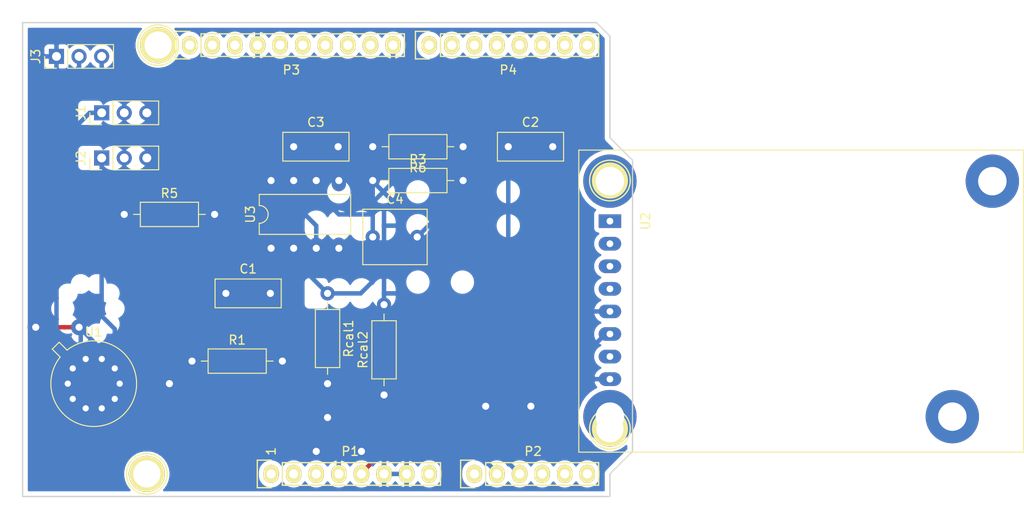
<source format=kicad_pcb>
(kicad_pcb (version 20171130) (host pcbnew "(5.1.4)-1")

  (general
    (thickness 1.6)
    (drawings 26)
    (tracks 111)
    (zones 0)
    (modules 24)
    (nets 55)
  )

  (page A4)
  (title_block
    (date "lun. 30 mars 2015")
  )

  (layers
    (0 F.Cu signal)
    (31 B.Cu signal)
    (33 F.Adhes user)
    (35 F.Paste user)
    (37 F.SilkS user)
    (39 F.Mask user)
    (40 Dwgs.User user hide)
    (41 Cmts.User user)
    (42 Eco1.User user)
    (43 Eco2.User user)
    (44 Edge.Cuts user)
    (45 Margin user)
    (46 B.CrtYd user)
    (47 F.CrtYd user)
    (49 F.Fab user)
  )

  (setup
    (last_trace_width 0.5)
    (trace_clearance 0.5)
    (zone_clearance 0.508)
    (zone_45_only no)
    (trace_min 0.2)
    (via_size 1.8)
    (via_drill 0.8)
    (via_min_size 0.4)
    (via_min_drill 0.3)
    (uvia_size 0.3)
    (uvia_drill 0.1)
    (uvias_allowed no)
    (uvia_min_size 0.2)
    (uvia_min_drill 0.1)
    (edge_width 0.15)
    (segment_width 0.15)
    (pcb_text_width 0.3)
    (pcb_text_size 1.5 1.5)
    (mod_edge_width 0.15)
    (mod_text_size 1 1)
    (mod_text_width 0.15)
    (pad_size 4.064 4.064)
    (pad_drill 3.048)
    (pad_to_mask_clearance 0)
    (aux_axis_origin 110.998 126.365)
    (grid_origin 110.998 126.365)
    (visible_elements 7FFEFFFF)
    (pcbplotparams
      (layerselection 0x00030_80000001)
      (usegerberextensions false)
      (usegerberattributes false)
      (usegerberadvancedattributes false)
      (creategerberjobfile false)
      (excludeedgelayer true)
      (linewidth 0.100000)
      (plotframeref false)
      (viasonmask false)
      (mode 1)
      (useauxorigin false)
      (hpglpennumber 1)
      (hpglpenspeed 20)
      (hpglpendiameter 15.000000)
      (psnegative false)
      (psa4output false)
      (plotreference true)
      (plotvalue true)
      (plotinvisibletext false)
      (padsonsilk false)
      (subtractmaskfromsilk false)
      (outputformat 1)
      (mirror false)
      (drillshape 1)
      (scaleselection 1)
      (outputdirectory ""))
  )

  (net 0 "")
  (net 1 /IOREF)
  (net 2 /Reset)
  (net 3 +5V)
  (net 4 GND)
  (net 5 /Vin)
  (net 6 /A0)
  (net 7 /A1)
  (net 8 /A2)
  (net 9 /A3)
  (net 10 /AREF)
  (net 11 "/A4(SDA)")
  (net 12 "/A5(SCL)")
  (net 13 "/9(**)")
  (net 14 /8)
  (net 15 /7)
  (net 16 "/6(**)")
  (net 17 "/5(**)")
  (net 18 /4)
  (net 19 "/3(**)")
  (net 20 /2)
  (net 21 "/1(Tx)")
  (net 22 "/0(Rx)")
  (net 23 "Net-(P5-Pad1)")
  (net 24 "Net-(P6-Pad1)")
  (net 25 "Net-(P7-Pad1)")
  (net 26 "Net-(P8-Pad1)")
  (net 27 "/13(SCK)")
  (net 28 "/10(**/SS)")
  (net 29 "Net-(P1-Pad1)")
  (net 30 +3V3)
  (net 31 "/12(MISO)")
  (net 32 "/11(**/MOSI)")
  (net 33 "Net-(C1-Pad1)")
  (net 34 "Net-(C4-Pad2)")
  (net 35 "Net-(C4-Pad1)")
  (net 36 /Gs_in)
  (net 37 /Gs2_in)
  (net 38 /Gs1_out)
  (net 39 /Rsensor)
  (net 40 /Gs2_out)
  (net 41 /Hr_in)
  (net 42 "Net-(Rcal1-Pad2)")
  (net 43 /Gs1_in)
  (net 44 "Net-(U1-Pad5)")
  (net 45 "Net-(U1-Pad10)")
  (net 46 "Net-(U2-Pad7)")
  (net 47 "Net-(U2-Pad4)")
  (net 48 "Net-(U2-Pad3)")
  (net 49 /11)
  (net 50 /10)
  (net 51 "Net-(U3-Pad8)")
  (net 52 "Net-(U3-Pad1)")
  (net 53 /A4)
  (net 54 /A5)

  (net_class Default "This is the default net class."
    (clearance 0.5)
    (trace_width 0.5)
    (via_dia 1.8)
    (via_drill 0.8)
    (uvia_dia 0.3)
    (uvia_drill 0.1)
    (add_net +3V3)
    (add_net +5V)
    (add_net "/0(Rx)")
    (add_net "/1(Tx)")
    (add_net /10)
    (add_net "/10(**/SS)")
    (add_net /11)
    (add_net "/11(**/MOSI)")
    (add_net "/12(MISO)")
    (add_net "/13(SCK)")
    (add_net /2)
    (add_net "/3(**)")
    (add_net /4)
    (add_net "/5(**)")
    (add_net "/6(**)")
    (add_net /7)
    (add_net /8)
    (add_net "/9(**)")
    (add_net /A0)
    (add_net /A1)
    (add_net /A2)
    (add_net /A3)
    (add_net /A4)
    (add_net "/A4(SDA)")
    (add_net /A5)
    (add_net "/A5(SCL)")
    (add_net /AREF)
    (add_net /Gs1_in)
    (add_net /Gs1_out)
    (add_net /Gs2_in)
    (add_net /Gs2_out)
    (add_net /Gs_in)
    (add_net /Hr_in)
    (add_net /IOREF)
    (add_net /Reset)
    (add_net /Rsensor)
    (add_net /Vin)
    (add_net GND)
    (add_net "Net-(C1-Pad1)")
    (add_net "Net-(C4-Pad1)")
    (add_net "Net-(C4-Pad2)")
    (add_net "Net-(P1-Pad1)")
    (add_net "Net-(P5-Pad1)")
    (add_net "Net-(P6-Pad1)")
    (add_net "Net-(P7-Pad1)")
    (add_net "Net-(P8-Pad1)")
    (add_net "Net-(Rcal1-Pad2)")
    (add_net "Net-(U1-Pad10)")
    (add_net "Net-(U1-Pad5)")
    (add_net "Net-(U2-Pad3)")
    (add_net "Net-(U2-Pad4)")
    (add_net "Net-(U2-Pad7)")
    (add_net "Net-(U3-Pad1)")
    (add_net "Net-(U3-Pad8)")
  )

  (module Resistor_THT:R_Axial_DIN0207_L6.3mm_D2.5mm_P10.16mm_Horizontal (layer F.Cu) (tedit 5AE5139B) (tstamp 5DF0EF27)
    (at 122.428 94.615)
    (descr "Resistor, Axial_DIN0207 series, Axial, Horizontal, pin pitch=10.16mm, 0.25W = 1/4W, length*diameter=6.3*2.5mm^2, http://cdn-reichelt.de/documents/datenblatt/B400/1_4W%23YAG.pdf")
    (tags "Resistor Axial_DIN0207 series Axial Horizontal pin pitch 10.16mm 0.25W = 1/4W length 6.3mm diameter 2.5mm")
    (path /5DE55129)
    (fp_text reference R5 (at 5.08 -2.37) (layer F.SilkS)
      (effects (font (size 1 1) (thickness 0.15)))
    )
    (fp_text value 10k (at 5.08 2.37) (layer F.Fab)
      (effects (font (size 1 1) (thickness 0.15)))
    )
    (fp_text user %R (at 5.08 0) (layer F.Fab)
      (effects (font (size 1 1) (thickness 0.15)))
    )
    (fp_line (start 11.21 -1.5) (end -1.05 -1.5) (layer F.CrtYd) (width 0.05))
    (fp_line (start 11.21 1.5) (end 11.21 -1.5) (layer F.CrtYd) (width 0.05))
    (fp_line (start -1.05 1.5) (end 11.21 1.5) (layer F.CrtYd) (width 0.05))
    (fp_line (start -1.05 -1.5) (end -1.05 1.5) (layer F.CrtYd) (width 0.05))
    (fp_line (start 9.12 0) (end 8.35 0) (layer F.SilkS) (width 0.12))
    (fp_line (start 1.04 0) (end 1.81 0) (layer F.SilkS) (width 0.12))
    (fp_line (start 8.35 -1.37) (end 1.81 -1.37) (layer F.SilkS) (width 0.12))
    (fp_line (start 8.35 1.37) (end 8.35 -1.37) (layer F.SilkS) (width 0.12))
    (fp_line (start 1.81 1.37) (end 8.35 1.37) (layer F.SilkS) (width 0.12))
    (fp_line (start 1.81 -1.37) (end 1.81 1.37) (layer F.SilkS) (width 0.12))
    (fp_line (start 10.16 0) (end 8.23 0) (layer F.Fab) (width 0.1))
    (fp_line (start 0 0) (end 1.93 0) (layer F.Fab) (width 0.1))
    (fp_line (start 8.23 -1.25) (end 1.93 -1.25) (layer F.Fab) (width 0.1))
    (fp_line (start 8.23 1.25) (end 8.23 -1.25) (layer F.Fab) (width 0.1))
    (fp_line (start 1.93 1.25) (end 8.23 1.25) (layer F.Fab) (width 0.1))
    (fp_line (start 1.93 -1.25) (end 1.93 1.25) (layer F.Fab) (width 0.1))
    (pad 2 thru_hole oval (at 10.16 0) (size 1.6 1.6) (drill 0.8) (layers *.Cu *.Mask)
      (net 33 "Net-(C1-Pad1)"))
    (pad 1 thru_hole circle (at 0 0) (size 1.6 1.6) (drill 0.8) (layers *.Cu *.Mask)
      (net 39 /Rsensor))
    (model ${KISYS3DMOD}/Resistor_THT.3dshapes/R_Axial_DIN0207_L6.3mm_D2.5mm_P10.16mm_Horizontal.wrl
      (at (xyz 0 0 0))
      (scale (xyz 1 1 1))
      (rotate (xyz 0 0 0))
    )
  )

  (module Package_DIP:DIP-8_W7.62mm_LongPads (layer F.Cu) (tedit 5A02E8C5) (tstamp 5DF0C22D)
    (at 138.938 98.425 90)
    (descr "8-lead though-hole mounted DIP package, row spacing 7.62 mm (300 mils), LongPads")
    (tags "THT DIP DIL PDIP 2.54mm 7.62mm 300mil LongPads")
    (path /5DD57DB1)
    (fp_text reference U3 (at 3.81 -2.33 90) (layer F.SilkS)
      (effects (font (size 1 1) (thickness 0.15)))
    )
    (fp_text value LTC1050 (at 3.81 9.95 90) (layer F.Fab)
      (effects (font (size 1 1) (thickness 0.15)))
    )
    (fp_text user %R (at 3.81 3.81 90) (layer F.Fab)
      (effects (font (size 1 1) (thickness 0.15)))
    )
    (fp_line (start 9.1 -1.55) (end -1.45 -1.55) (layer F.CrtYd) (width 0.05))
    (fp_line (start 9.1 9.15) (end 9.1 -1.55) (layer F.CrtYd) (width 0.05))
    (fp_line (start -1.45 9.15) (end 9.1 9.15) (layer F.CrtYd) (width 0.05))
    (fp_line (start -1.45 -1.55) (end -1.45 9.15) (layer F.CrtYd) (width 0.05))
    (fp_line (start 6.06 -1.33) (end 4.81 -1.33) (layer F.SilkS) (width 0.12))
    (fp_line (start 6.06 8.95) (end 6.06 -1.33) (layer F.SilkS) (width 0.12))
    (fp_line (start 1.56 8.95) (end 6.06 8.95) (layer F.SilkS) (width 0.12))
    (fp_line (start 1.56 -1.33) (end 1.56 8.95) (layer F.SilkS) (width 0.12))
    (fp_line (start 2.81 -1.33) (end 1.56 -1.33) (layer F.SilkS) (width 0.12))
    (fp_line (start 0.635 -0.27) (end 1.635 -1.27) (layer F.Fab) (width 0.1))
    (fp_line (start 0.635 8.89) (end 0.635 -0.27) (layer F.Fab) (width 0.1))
    (fp_line (start 6.985 8.89) (end 0.635 8.89) (layer F.Fab) (width 0.1))
    (fp_line (start 6.985 -1.27) (end 6.985 8.89) (layer F.Fab) (width 0.1))
    (fp_line (start 1.635 -1.27) (end 6.985 -1.27) (layer F.Fab) (width 0.1))
    (fp_arc (start 3.81 -1.33) (end 2.81 -1.33) (angle -180) (layer F.SilkS) (width 0.12))
    (pad 8 thru_hole oval (at 7.62 0 90) (size 2.4 1.6) (drill 0.8) (layers *.Cu *.Mask)
      (net 51 "Net-(U3-Pad8)"))
    (pad 4 thru_hole oval (at 0 7.62 90) (size 2.4 1.6) (drill 0.8) (layers *.Cu *.Mask)
      (net 4 GND))
    (pad 7 thru_hole oval (at 7.62 2.54 90) (size 2.4 1.6) (drill 0.8) (layers *.Cu *.Mask)
      (net 3 +5V))
    (pad 3 thru_hole oval (at 0 5.08 90) (size 2.4 1.6) (drill 0.8) (layers *.Cu *.Mask)
      (net 33 "Net-(C1-Pad1)"))
    (pad 6 thru_hole oval (at 7.62 5.08 90) (size 2.4 1.6) (drill 0.8) (layers *.Cu *.Mask)
      (net 35 "Net-(C4-Pad1)"))
    (pad 2 thru_hole oval (at 0 2.54 90) (size 2.4 1.6) (drill 0.8) (layers *.Cu *.Mask)
      (net 34 "Net-(C4-Pad2)"))
    (pad 5 thru_hole oval (at 7.62 7.62 90) (size 2.4 1.6) (drill 0.8) (layers *.Cu *.Mask)
      (net 4 GND))
    (pad 1 thru_hole rect (at 0 0 90) (size 2.4 1.6) (drill 0.8) (layers *.Cu *.Mask)
      (net 52 "Net-(U3-Pad1)"))
    (model ${KISYS3DMOD}/Package_DIP.3dshapes/DIP-8_W7.62mm.wrl
      (at (xyz 0 0 0))
      (scale (xyz 1 1 1))
      (rotate (xyz 0 0 0))
    )
  )

  (module test:Module_RN2483 (layer F.Cu) (tedit 5DD7E9B4) (tstamp 5DF0C812)
    (at 177.038 95.377 270)
    (path /5DD67E62)
    (fp_text reference U2 (at 0 -4 90) (layer F.SilkS)
      (effects (font (size 1 1) (thickness 0.15)))
    )
    (fp_text value RN2483_Breakout (at 0 -2.75 90) (layer F.Fab)
      (effects (font (size 1 1) (thickness 0.15)))
    )
    (fp_line (start -8 -46.5) (end -8 3.5) (layer F.SilkS) (width 0.12))
    (fp_line (start 26 -46.5) (end -8 -46.5) (layer F.SilkS) (width 0.12))
    (fp_line (start 26 3.5) (end 26 -46.5) (layer F.SilkS) (width 0.12))
    (fp_line (start -8 3.5) (end 26 3.5) (layer F.SilkS) (width 0.12))
    (pad "" np_thru_hole circle (at -4.5 -43 270) (size 6 6) (drill 3.2) (layers *.Cu *.Mask))
    (pad "" np_thru_hole circle (at 22 -38.5 270) (size 6 6) (drill 3.2) (layers *.Cu *.Mask))
    (pad "" np_thru_hole circle (at 22 0 270) (size 6 6) (drill 3.2) (layers *.Cu *.Mask))
    (pad "" np_thru_hole circle (at -4.5 0 270) (size 6 6) (drill 3.2) (layers *.Cu *.Mask))
    (pad 8 thru_hole oval (at 17.78 0 270) (size 1.524 2.524) (drill 0.762) (layers *.Cu *.Mask)
      (net 4 GND))
    (pad 7 thru_hole oval (at 15.24 0 270) (size 1.524 2.524) (drill 0.762) (layers *.Cu *.Mask)
      (net 46 "Net-(U2-Pad7)"))
    (pad 6 thru_hole oval (at 12.7 0 270) (size 1.524 2.524) (drill 0.762) (layers *.Cu *.Mask)
      (net 30 +3V3))
    (pad 5 thru_hole oval (at 10.16 0 270) (size 1.524 2.524) (drill 0.762) (layers *.Cu *.Mask)
      (net 14 /8))
    (pad 4 thru_hole oval (at 7.62 0 270) (size 1.524 2.524) (drill 0.762) (layers *.Cu *.Mask)
      (net 47 "Net-(U2-Pad4)"))
    (pad 3 thru_hole oval (at 5.08 0 270) (size 1.524 2.524) (drill 0.762) (layers *.Cu *.Mask)
      (net 48 "Net-(U2-Pad3)"))
    (pad 2 thru_hole oval (at 2.54 0 270) (size 1.524 2.524) (drill 0.762) (layers *.Cu *.Mask)
      (net 49 /11))
    (pad 1 thru_hole rect (at 0 0 270) (size 1.524 2.524) (drill 0.762) (layers *.Cu *.Mask)
      (net 50 /10))
  )

  (module test:TO-5-10 (layer F.Cu) (tedit 5A02FF81) (tstamp 5DF0FDD1)
    (at 116.078 113.665)
    (descr TO-5-10)
    (tags TO-5-10)
    (path /5DE150DF)
    (fp_text reference U1 (at 2.92 -5.82) (layer F.SilkS)
      (effects (font (size 1 1) (thickness 0.15)))
    )
    (fp_text value Gaz_sensor (at 2.92 5.82) (layer F.Fab)
      (effects (font (size 1 1) (thickness 0.15)))
    )
    (fp_text user %R (at 2.92 -5.82) (layer F.Fab)
      (effects (font (size 1 1) (thickness 0.15)))
    )
    (fp_line (start -0.085408 -3.61352) (end -0.89151 -4.419621) (layer F.Fab) (width 0.1))
    (fp_line (start -0.89151 -4.419621) (end -1.499621 -3.81151) (layer F.Fab) (width 0.1))
    (fp_line (start -1.499621 -3.81151) (end -0.69352 -3.005408) (layer F.Fab) (width 0.1))
    (fp_line (start -0.077084 -3.774902) (end -0.968039 -4.665856) (layer F.SilkS) (width 0.12))
    (fp_line (start -0.968039 -4.665856) (end -1.745856 -3.888039) (layer F.SilkS) (width 0.12))
    (fp_line (start -1.745856 -3.888039) (end -0.854902 -2.997084) (layer F.SilkS) (width 0.12))
    (fp_line (start -2.04 -4.95) (end -2.04 4.95) (layer F.CrtYd) (width 0.05))
    (fp_line (start -2.04 4.95) (end 7.87 4.95) (layer F.CrtYd) (width 0.05))
    (fp_line (start 7.87 4.95) (end 7.87 -4.95) (layer F.CrtYd) (width 0.05))
    (fp_line (start 7.87 -4.95) (end -2.04 -4.95) (layer F.CrtYd) (width 0.05))
    (fp_circle (center 2.92 0) (end 7.17 0) (layer F.Fab) (width 0.1))
    (fp_arc (start 2.92 0) (end -0.085408 -3.61352) (angle 349.5) (layer F.Fab) (width 0.1))
    (fp_arc (start 2.92 0) (end -0.077084 -3.774902) (angle 346.9) (layer F.SilkS) (width 0.12))
    (pad 1 thru_hole oval (at 0 0) (size 1.6 1.2) (drill 0.7) (layers *.Cu *.Mask)
      (net 7 /A1))
    (pad 2 thru_hole oval (at 0.55767 1.716333) (size 1.2 1.2) (drill 0.7) (layers *.Cu *.Mask)
      (net 38 /Gs1_out))
    (pad 3 thru_hole oval (at 2.01767 2.777085) (size 1.2 1.2) (drill 0.7) (layers *.Cu *.Mask)
      (net 4 GND))
    (pad 4 thru_hole oval (at 3.82233 2.777085) (size 1.2 1.2) (drill 0.7) (layers *.Cu *.Mask)
      (net 43 /Gs1_in))
    (pad 5 thru_hole oval (at 5.28233 1.716333) (size 1.2 1.2) (drill 0.7) (layers *.Cu *.Mask)
      (net 44 "Net-(U1-Pad5)"))
    (pad 6 thru_hole oval (at 5.84 0) (size 1.2 1.2) (drill 0.7) (layers *.Cu *.Mask)
      (net 3 +5V))
    (pad 7 thru_hole oval (at 5.28233 -1.716333) (size 1.2 1.2) (drill 0.7) (layers *.Cu *.Mask)
      (net 40 /Gs2_out))
    (pad 8 thru_hole oval (at 3.82233 -2.777085) (size 1.2 1.2) (drill 0.7) (layers *.Cu *.Mask)
      (net 41 /Hr_in))
    (pad 9 thru_hole oval (at 2.01767 -2.777085) (size 1.2 1.2) (drill 0.7) (layers *.Cu *.Mask)
      (net 37 /Gs2_in))
    (pad 10 thru_hole oval (at 0.55767 -1.716333) (size 1.2 1.2) (drill 0.7) (layers *.Cu *.Mask)
      (net 45 "Net-(U1-Pad10)"))
    (model ${KISYS3DMOD}/Package_TO_SOT_THT.3dshapes/TO-5-10.wrl
      (at (xyz 0 0 0))
      (scale (xyz 1 1 1))
      (rotate (xyz 0 0 0))
    )
  )

  (module Connector_PinHeader_2.54mm:PinHeader_1x03_P2.54mm_Vertical (layer F.Cu) (tedit 59FED5CC) (tstamp 5DF0C0B5)
    (at 114.808 76.835 90)
    (descr "Through hole straight pin header, 1x03, 2.54mm pitch, single row")
    (tags "Through hole pin header THT 1x03 2.54mm single row")
    (path /5DEACE77)
    (fp_text reference J3 (at 0 -2.33 90) (layer F.SilkS)
      (effects (font (size 1 1) (thickness 0.15)))
    )
    (fp_text value Conn_01x03 (at 0 7.41 90) (layer F.Fab)
      (effects (font (size 1 1) (thickness 0.15)))
    )
    (fp_text user %R (at 0 2.54) (layer F.Fab)
      (effects (font (size 1 1) (thickness 0.15)))
    )
    (fp_line (start 1.8 -1.8) (end -1.8 -1.8) (layer F.CrtYd) (width 0.05))
    (fp_line (start 1.8 6.85) (end 1.8 -1.8) (layer F.CrtYd) (width 0.05))
    (fp_line (start -1.8 6.85) (end 1.8 6.85) (layer F.CrtYd) (width 0.05))
    (fp_line (start -1.8 -1.8) (end -1.8 6.85) (layer F.CrtYd) (width 0.05))
    (fp_line (start -1.33 -1.33) (end 0 -1.33) (layer F.SilkS) (width 0.12))
    (fp_line (start -1.33 0) (end -1.33 -1.33) (layer F.SilkS) (width 0.12))
    (fp_line (start -1.33 1.27) (end 1.33 1.27) (layer F.SilkS) (width 0.12))
    (fp_line (start 1.33 1.27) (end 1.33 6.41) (layer F.SilkS) (width 0.12))
    (fp_line (start -1.33 1.27) (end -1.33 6.41) (layer F.SilkS) (width 0.12))
    (fp_line (start -1.33 6.41) (end 1.33 6.41) (layer F.SilkS) (width 0.12))
    (fp_line (start -1.27 -0.635) (end -0.635 -1.27) (layer F.Fab) (width 0.1))
    (fp_line (start -1.27 6.35) (end -1.27 -0.635) (layer F.Fab) (width 0.1))
    (fp_line (start 1.27 6.35) (end -1.27 6.35) (layer F.Fab) (width 0.1))
    (fp_line (start 1.27 -1.27) (end 1.27 6.35) (layer F.Fab) (width 0.1))
    (fp_line (start -0.635 -1.27) (end 1.27 -1.27) (layer F.Fab) (width 0.1))
    (pad 3 thru_hole oval (at 0 5.08 90) (size 1.7 1.7) (drill 1) (layers *.Cu *.Mask)
      (net 3 +5V))
    (pad 2 thru_hole oval (at 0 2.54 90) (size 1.7 1.7) (drill 1) (layers *.Cu *.Mask)
      (net 41 /Hr_in))
    (pad 1 thru_hole rect (at 0 0 90) (size 1.7 1.7) (drill 1) (layers *.Cu *.Mask)
      (net 4 GND))
    (model ${KISYS3DMOD}/Connector_PinHeader_2.54mm.3dshapes/PinHeader_1x03_P2.54mm_Vertical.wrl
      (at (xyz 0 0 0))
      (scale (xyz 1 1 1))
      (rotate (xyz 0 0 0))
    )
  )

  (module Connector_PinHeader_2.54mm:PinHeader_1x03_P2.54mm_Vertical (layer F.Cu) (tedit 59FED5CC) (tstamp 5DF0C09E)
    (at 119.888 88.265 90)
    (descr "Through hole straight pin header, 1x03, 2.54mm pitch, single row")
    (tags "Through hole pin header THT 1x03 2.54mm single row")
    (path /5DE7F005)
    (fp_text reference J2 (at 0 -2.33 90) (layer F.SilkS)
      (effects (font (size 1 1) (thickness 0.15)))
    )
    (fp_text value Conn_01x03 (at 0 7.41 90) (layer F.Fab)
      (effects (font (size 1 1) (thickness 0.15)))
    )
    (fp_text user %R (at 0 2.54) (layer F.Fab)
      (effects (font (size 1 1) (thickness 0.15)))
    )
    (fp_line (start 1.8 -1.8) (end -1.8 -1.8) (layer F.CrtYd) (width 0.05))
    (fp_line (start 1.8 6.85) (end 1.8 -1.8) (layer F.CrtYd) (width 0.05))
    (fp_line (start -1.8 6.85) (end 1.8 6.85) (layer F.CrtYd) (width 0.05))
    (fp_line (start -1.8 -1.8) (end -1.8 6.85) (layer F.CrtYd) (width 0.05))
    (fp_line (start -1.33 -1.33) (end 0 -1.33) (layer F.SilkS) (width 0.12))
    (fp_line (start -1.33 0) (end -1.33 -1.33) (layer F.SilkS) (width 0.12))
    (fp_line (start -1.33 1.27) (end 1.33 1.27) (layer F.SilkS) (width 0.12))
    (fp_line (start 1.33 1.27) (end 1.33 6.41) (layer F.SilkS) (width 0.12))
    (fp_line (start -1.33 1.27) (end -1.33 6.41) (layer F.SilkS) (width 0.12))
    (fp_line (start -1.33 6.41) (end 1.33 6.41) (layer F.SilkS) (width 0.12))
    (fp_line (start -1.27 -0.635) (end -0.635 -1.27) (layer F.Fab) (width 0.1))
    (fp_line (start -1.27 6.35) (end -1.27 -0.635) (layer F.Fab) (width 0.1))
    (fp_line (start 1.27 6.35) (end -1.27 6.35) (layer F.Fab) (width 0.1))
    (fp_line (start 1.27 -1.27) (end 1.27 6.35) (layer F.Fab) (width 0.1))
    (fp_line (start -0.635 -1.27) (end 1.27 -1.27) (layer F.Fab) (width 0.1))
    (pad 3 thru_hole oval (at 0 5.08 90) (size 1.7 1.7) (drill 1) (layers *.Cu *.Mask)
      (net 38 /Gs1_out))
    (pad 2 thru_hole oval (at 0 2.54 90) (size 1.7 1.7) (drill 1) (layers *.Cu *.Mask)
      (net 39 /Rsensor))
    (pad 1 thru_hole rect (at 0 0 90) (size 1.7 1.7) (drill 1) (layers *.Cu *.Mask)
      (net 40 /Gs2_out))
    (model ${KISYS3DMOD}/Connector_PinHeader_2.54mm.3dshapes/PinHeader_1x03_P2.54mm_Vertical.wrl
      (at (xyz 0 0 0))
      (scale (xyz 1 1 1))
      (rotate (xyz 0 0 0))
    )
  )

  (module Connector_PinHeader_2.54mm:PinHeader_1x03_P2.54mm_Vertical (layer F.Cu) (tedit 59FED5CC) (tstamp 5DF0C087)
    (at 119.888 83.185 90)
    (descr "Through hole straight pin header, 1x03, 2.54mm pitch, single row")
    (tags "Through hole pin header THT 1x03 2.54mm single row")
    (path /5DE76F5B)
    (fp_text reference J1 (at 0 -2.33 90) (layer F.SilkS)
      (effects (font (size 1 1) (thickness 0.15)))
    )
    (fp_text value Conn_01x03 (at 0 7.41 90) (layer F.Fab)
      (effects (font (size 1 1) (thickness 0.15)))
    )
    (fp_text user %R (at 0 2.54) (layer F.Fab)
      (effects (font (size 1 1) (thickness 0.15)))
    )
    (fp_line (start 1.8 -1.8) (end -1.8 -1.8) (layer F.CrtYd) (width 0.05))
    (fp_line (start 1.8 6.85) (end 1.8 -1.8) (layer F.CrtYd) (width 0.05))
    (fp_line (start -1.8 6.85) (end 1.8 6.85) (layer F.CrtYd) (width 0.05))
    (fp_line (start -1.8 -1.8) (end -1.8 6.85) (layer F.CrtYd) (width 0.05))
    (fp_line (start -1.33 -1.33) (end 0 -1.33) (layer F.SilkS) (width 0.12))
    (fp_line (start -1.33 0) (end -1.33 -1.33) (layer F.SilkS) (width 0.12))
    (fp_line (start -1.33 1.27) (end 1.33 1.27) (layer F.SilkS) (width 0.12))
    (fp_line (start 1.33 1.27) (end 1.33 6.41) (layer F.SilkS) (width 0.12))
    (fp_line (start -1.33 1.27) (end -1.33 6.41) (layer F.SilkS) (width 0.12))
    (fp_line (start -1.33 6.41) (end 1.33 6.41) (layer F.SilkS) (width 0.12))
    (fp_line (start -1.27 -0.635) (end -0.635 -1.27) (layer F.Fab) (width 0.1))
    (fp_line (start -1.27 6.35) (end -1.27 -0.635) (layer F.Fab) (width 0.1))
    (fp_line (start 1.27 6.35) (end -1.27 6.35) (layer F.Fab) (width 0.1))
    (fp_line (start 1.27 -1.27) (end 1.27 6.35) (layer F.Fab) (width 0.1))
    (fp_line (start -0.635 -1.27) (end 1.27 -1.27) (layer F.Fab) (width 0.1))
    (pad 3 thru_hole oval (at 0 5.08 90) (size 1.7 1.7) (drill 1) (layers *.Cu *.Mask)
      (net 36 /Gs_in))
    (pad 2 thru_hole oval (at 0 2.54 90) (size 1.7 1.7) (drill 1) (layers *.Cu *.Mask)
      (net 3 +5V))
    (pad 1 thru_hole rect (at 0 0 90) (size 1.7 1.7) (drill 1) (layers *.Cu *.Mask)
      (net 37 /Gs2_in))
    (model ${KISYS3DMOD}/Connector_PinHeader_2.54mm.3dshapes/PinHeader_1x03_P2.54mm_Vertical.wrl
      (at (xyz 0 0 0))
      (scale (xyz 1 1 1))
      (rotate (xyz 0 0 0))
    )
  )

  (module Socket_Arduino_Uno:Socket_Strip_Arduino_1x08 locked (layer F.Cu) (tedit 552168D2) (tstamp 551AF9EA)
    (at 138.938 123.825)
    (descr "Through hole socket strip")
    (tags "socket strip")
    (path /56D70129)
    (fp_text reference P1 (at 8.89 -2.54) (layer F.SilkS)
      (effects (font (size 1 1) (thickness 0.15)))
    )
    (fp_text value Power (at 8.89 -4.064) (layer F.Fab)
      (effects (font (size 1 1) (thickness 0.15)))
    )
    (fp_line (start -1.75 -1.75) (end -1.75 1.75) (layer F.CrtYd) (width 0.05))
    (fp_line (start 19.55 -1.75) (end 19.55 1.75) (layer F.CrtYd) (width 0.05))
    (fp_line (start -1.75 -1.75) (end 19.55 -1.75) (layer F.CrtYd) (width 0.05))
    (fp_line (start -1.75 1.75) (end 19.55 1.75) (layer F.CrtYd) (width 0.05))
    (fp_line (start 1.27 1.27) (end 19.05 1.27) (layer F.SilkS) (width 0.15))
    (fp_line (start 19.05 1.27) (end 19.05 -1.27) (layer F.SilkS) (width 0.15))
    (fp_line (start 19.05 -1.27) (end 1.27 -1.27) (layer F.SilkS) (width 0.15))
    (fp_line (start -1.55 1.55) (end 0 1.55) (layer F.SilkS) (width 0.15))
    (fp_line (start 1.27 1.27) (end 1.27 -1.27) (layer F.SilkS) (width 0.15))
    (fp_line (start 0 -1.55) (end -1.55 -1.55) (layer F.SilkS) (width 0.15))
    (fp_line (start -1.55 -1.55) (end -1.55 1.55) (layer F.SilkS) (width 0.15))
    (pad 1 thru_hole oval (at 0 0) (size 1.7272 2.032) (drill 1.016) (layers *.Cu *.Mask F.SilkS)
      (net 29 "Net-(P1-Pad1)"))
    (pad 2 thru_hole oval (at 2.54 0) (size 1.7272 2.032) (drill 1.016) (layers *.Cu *.Mask F.SilkS)
      (net 1 /IOREF))
    (pad 3 thru_hole oval (at 5.08 0) (size 1.7272 2.032) (drill 1.016) (layers *.Cu *.Mask F.SilkS)
      (net 2 /Reset))
    (pad 4 thru_hole oval (at 7.62 0) (size 1.7272 2.032) (drill 1.016) (layers *.Cu *.Mask F.SilkS)
      (net 30 +3V3))
    (pad 5 thru_hole oval (at 10.16 0) (size 1.7272 2.032) (drill 1.016) (layers *.Cu *.Mask F.SilkS)
      (net 3 +5V))
    (pad 6 thru_hole oval (at 12.7 0) (size 1.7272 2.032) (drill 1.016) (layers *.Cu *.Mask F.SilkS)
      (net 4 GND))
    (pad 7 thru_hole oval (at 15.24 0) (size 1.7272 2.032) (drill 1.016) (layers *.Cu *.Mask F.SilkS)
      (net 4 GND))
    (pad 8 thru_hole oval (at 17.78 0) (size 1.7272 2.032) (drill 1.016) (layers *.Cu *.Mask F.SilkS)
      (net 5 /Vin))
    (model ${KIPRJMOD}/Socket_Arduino_Uno.3dshapes/Socket_header_Arduino_1x08.wrl
      (offset (xyz 8.889999866485596 0 0))
      (scale (xyz 1 1 1))
      (rotate (xyz 0 0 180))
    )
  )

  (module Socket_Arduino_Uno:Socket_Strip_Arduino_1x06 locked (layer F.Cu) (tedit 552168D6) (tstamp 551AF9FF)
    (at 161.798 123.825)
    (descr "Through hole socket strip")
    (tags "socket strip")
    (path /56D70DD8)
    (fp_text reference P2 (at 6.604 -2.54) (layer F.SilkS)
      (effects (font (size 1 1) (thickness 0.15)))
    )
    (fp_text value Analog (at 6.604 -4.064) (layer F.Fab)
      (effects (font (size 1 1) (thickness 0.15)))
    )
    (fp_line (start -1.75 -1.75) (end -1.75 1.75) (layer F.CrtYd) (width 0.05))
    (fp_line (start 14.45 -1.75) (end 14.45 1.75) (layer F.CrtYd) (width 0.05))
    (fp_line (start -1.75 -1.75) (end 14.45 -1.75) (layer F.CrtYd) (width 0.05))
    (fp_line (start -1.75 1.75) (end 14.45 1.75) (layer F.CrtYd) (width 0.05))
    (fp_line (start 1.27 1.27) (end 13.97 1.27) (layer F.SilkS) (width 0.15))
    (fp_line (start 13.97 1.27) (end 13.97 -1.27) (layer F.SilkS) (width 0.15))
    (fp_line (start 13.97 -1.27) (end 1.27 -1.27) (layer F.SilkS) (width 0.15))
    (fp_line (start -1.55 1.55) (end 0 1.55) (layer F.SilkS) (width 0.15))
    (fp_line (start 1.27 1.27) (end 1.27 -1.27) (layer F.SilkS) (width 0.15))
    (fp_line (start 0 -1.55) (end -1.55 -1.55) (layer F.SilkS) (width 0.15))
    (fp_line (start -1.55 -1.55) (end -1.55 1.55) (layer F.SilkS) (width 0.15))
    (pad 1 thru_hole oval (at 0 0) (size 1.7272 2.032) (drill 1.016) (layers *.Cu *.Mask F.SilkS)
      (net 6 /A0))
    (pad 2 thru_hole oval (at 2.54 0) (size 1.7272 2.032) (drill 1.016) (layers *.Cu *.Mask F.SilkS)
      (net 7 /A1))
    (pad 3 thru_hole oval (at 5.08 0) (size 1.7272 2.032) (drill 1.016) (layers *.Cu *.Mask F.SilkS)
      (net 8 /A2))
    (pad 4 thru_hole oval (at 7.62 0) (size 1.7272 2.032) (drill 1.016) (layers *.Cu *.Mask F.SilkS)
      (net 9 /A3))
    (pad 5 thru_hole oval (at 10.16 0) (size 1.7272 2.032) (drill 1.016) (layers *.Cu *.Mask F.SilkS)
      (net 53 /A4))
    (pad 6 thru_hole oval (at 12.7 0) (size 1.7272 2.032) (drill 1.016) (layers *.Cu *.Mask F.SilkS)
      (net 54 /A5))
    (model ${KIPRJMOD}/Socket_Arduino_Uno.3dshapes/Socket_header_Arduino_1x06.wrl
      (offset (xyz 6.349999904632568 0 0))
      (scale (xyz 1 1 1))
      (rotate (xyz 0 0 180))
    )
  )

  (module Socket_Arduino_Uno:Socket_Strip_Arduino_1x10 locked (layer F.Cu) (tedit 552168BF) (tstamp 551AFA18)
    (at 129.794 75.565)
    (descr "Through hole socket strip")
    (tags "socket strip")
    (path /56D721E0)
    (fp_text reference P3 (at 11.43 2.794) (layer F.SilkS)
      (effects (font (size 1 1) (thickness 0.15)))
    )
    (fp_text value Digital (at 11.43 4.318) (layer F.Fab)
      (effects (font (size 1 1) (thickness 0.15)))
    )
    (fp_line (start -1.75 -1.75) (end -1.75 1.75) (layer F.CrtYd) (width 0.05))
    (fp_line (start 24.65 -1.75) (end 24.65 1.75) (layer F.CrtYd) (width 0.05))
    (fp_line (start -1.75 -1.75) (end 24.65 -1.75) (layer F.CrtYd) (width 0.05))
    (fp_line (start -1.75 1.75) (end 24.65 1.75) (layer F.CrtYd) (width 0.05))
    (fp_line (start 1.27 1.27) (end 24.13 1.27) (layer F.SilkS) (width 0.15))
    (fp_line (start 24.13 1.27) (end 24.13 -1.27) (layer F.SilkS) (width 0.15))
    (fp_line (start 24.13 -1.27) (end 1.27 -1.27) (layer F.SilkS) (width 0.15))
    (fp_line (start -1.55 1.55) (end 0 1.55) (layer F.SilkS) (width 0.15))
    (fp_line (start 1.27 1.27) (end 1.27 -1.27) (layer F.SilkS) (width 0.15))
    (fp_line (start 0 -1.55) (end -1.55 -1.55) (layer F.SilkS) (width 0.15))
    (fp_line (start -1.55 -1.55) (end -1.55 1.55) (layer F.SilkS) (width 0.15))
    (pad 1 thru_hole oval (at 0 0) (size 1.7272 2.032) (drill 1.016) (layers *.Cu *.Mask F.SilkS)
      (net 12 "/A5(SCL)"))
    (pad 2 thru_hole oval (at 2.54 0) (size 1.7272 2.032) (drill 1.016) (layers *.Cu *.Mask F.SilkS)
      (net 11 "/A4(SDA)"))
    (pad 3 thru_hole oval (at 5.08 0) (size 1.7272 2.032) (drill 1.016) (layers *.Cu *.Mask F.SilkS)
      (net 10 /AREF))
    (pad 4 thru_hole oval (at 7.62 0) (size 1.7272 2.032) (drill 1.016) (layers *.Cu *.Mask F.SilkS)
      (net 4 GND))
    (pad 5 thru_hole oval (at 10.16 0) (size 1.7272 2.032) (drill 1.016) (layers *.Cu *.Mask F.SilkS)
      (net 27 "/13(SCK)"))
    (pad 6 thru_hole oval (at 12.7 0) (size 1.7272 2.032) (drill 1.016) (layers *.Cu *.Mask F.SilkS)
      (net 31 "/12(MISO)"))
    (pad 7 thru_hole oval (at 15.24 0) (size 1.7272 2.032) (drill 1.016) (layers *.Cu *.Mask F.SilkS)
      (net 32 "/11(**/MOSI)"))
    (pad 8 thru_hole oval (at 17.78 0) (size 1.7272 2.032) (drill 1.016) (layers *.Cu *.Mask F.SilkS)
      (net 28 "/10(**/SS)"))
    (pad 9 thru_hole oval (at 20.32 0) (size 1.7272 2.032) (drill 1.016) (layers *.Cu *.Mask F.SilkS)
      (net 13 "/9(**)"))
    (pad 10 thru_hole oval (at 22.86 0) (size 1.7272 2.032) (drill 1.016) (layers *.Cu *.Mask F.SilkS)
      (net 14 /8))
    (model ${KIPRJMOD}/Socket_Arduino_Uno.3dshapes/Socket_header_Arduino_1x10.wrl
      (offset (xyz 11.42999982833862 0 0))
      (scale (xyz 1 1 1))
      (rotate (xyz 0 0 180))
    )
  )

  (module Socket_Arduino_Uno:Socket_Strip_Arduino_1x08 locked (layer F.Cu) (tedit 552168C7) (tstamp 551AFA2F)
    (at 156.718 75.565)
    (descr "Through hole socket strip")
    (tags "socket strip")
    (path /56D7164F)
    (fp_text reference P4 (at 8.89 2.794) (layer F.SilkS)
      (effects (font (size 1 1) (thickness 0.15)))
    )
    (fp_text value Digital (at 8.89 4.318) (layer F.Fab)
      (effects (font (size 1 1) (thickness 0.15)))
    )
    (fp_line (start -1.75 -1.75) (end -1.75 1.75) (layer F.CrtYd) (width 0.05))
    (fp_line (start 19.55 -1.75) (end 19.55 1.75) (layer F.CrtYd) (width 0.05))
    (fp_line (start -1.75 -1.75) (end 19.55 -1.75) (layer F.CrtYd) (width 0.05))
    (fp_line (start -1.75 1.75) (end 19.55 1.75) (layer F.CrtYd) (width 0.05))
    (fp_line (start 1.27 1.27) (end 19.05 1.27) (layer F.SilkS) (width 0.15))
    (fp_line (start 19.05 1.27) (end 19.05 -1.27) (layer F.SilkS) (width 0.15))
    (fp_line (start 19.05 -1.27) (end 1.27 -1.27) (layer F.SilkS) (width 0.15))
    (fp_line (start -1.55 1.55) (end 0 1.55) (layer F.SilkS) (width 0.15))
    (fp_line (start 1.27 1.27) (end 1.27 -1.27) (layer F.SilkS) (width 0.15))
    (fp_line (start 0 -1.55) (end -1.55 -1.55) (layer F.SilkS) (width 0.15))
    (fp_line (start -1.55 -1.55) (end -1.55 1.55) (layer F.SilkS) (width 0.15))
    (pad 1 thru_hole oval (at 0 0) (size 1.7272 2.032) (drill 1.016) (layers *.Cu *.Mask F.SilkS)
      (net 15 /7))
    (pad 2 thru_hole oval (at 2.54 0) (size 1.7272 2.032) (drill 1.016) (layers *.Cu *.Mask F.SilkS)
      (net 16 "/6(**)"))
    (pad 3 thru_hole oval (at 5.08 0) (size 1.7272 2.032) (drill 1.016) (layers *.Cu *.Mask F.SilkS)
      (net 17 "/5(**)"))
    (pad 4 thru_hole oval (at 7.62 0) (size 1.7272 2.032) (drill 1.016) (layers *.Cu *.Mask F.SilkS)
      (net 18 /4))
    (pad 5 thru_hole oval (at 10.16 0) (size 1.7272 2.032) (drill 1.016) (layers *.Cu *.Mask F.SilkS)
      (net 19 "/3(**)"))
    (pad 6 thru_hole oval (at 12.7 0) (size 1.7272 2.032) (drill 1.016) (layers *.Cu *.Mask F.SilkS)
      (net 20 /2))
    (pad 7 thru_hole oval (at 15.24 0) (size 1.7272 2.032) (drill 1.016) (layers *.Cu *.Mask F.SilkS)
      (net 21 "/1(Tx)"))
    (pad 8 thru_hole oval (at 17.78 0) (size 1.7272 2.032) (drill 1.016) (layers *.Cu *.Mask F.SilkS)
      (net 22 "/0(Rx)"))
    (model ${KIPRJMOD}/Socket_Arduino_Uno.3dshapes/Socket_header_Arduino_1x08.wrl
      (offset (xyz 8.889999866485596 0 0))
      (scale (xyz 1 1 1))
      (rotate (xyz 0 0 180))
    )
  )

  (module Socket_Arduino_Uno:Arduino_1pin locked (layer F.Cu) (tedit 5524FC39) (tstamp 5524FC3F)
    (at 124.968 123.825)
    (descr "module 1 pin (ou trou mecanique de percage)")
    (tags DEV)
    (path /56D71177)
    (fp_text reference P5 (at 0 -3.048) (layer F.SilkS) hide
      (effects (font (size 1 1) (thickness 0.15)))
    )
    (fp_text value CONN_01X01 (at 0 2.794) (layer F.Fab) hide
      (effects (font (size 1 1) (thickness 0.15)))
    )
    (fp_circle (center 0 0) (end 0 -2.286) (layer F.SilkS) (width 0.15))
    (pad 1 thru_hole circle (at 0 0) (size 4.064 4.064) (drill 3.048) (layers *.Cu *.Mask F.SilkS)
      (net 23 "Net-(P5-Pad1)"))
  )

  (module Socket_Arduino_Uno:Arduino_1pin locked (layer F.Cu) (tedit 5524FC4A) (tstamp 5524FC44)
    (at 177.038 118.745)
    (descr "module 1 pin (ou trou mecanique de percage)")
    (tags DEV)
    (path /56D71274)
    (fp_text reference P6 (at 0 -3.048) (layer F.SilkS) hide
      (effects (font (size 1 1) (thickness 0.15)))
    )
    (fp_text value CONN_01X01 (at 0 2.794) (layer F.Fab) hide
      (effects (font (size 1 1) (thickness 0.15)))
    )
    (fp_circle (center 0 0) (end 0 -2.286) (layer F.SilkS) (width 0.15))
    (pad 1 thru_hole circle (at 0 0) (size 4.064 4.064) (drill 3.048) (layers *.Cu *.Mask F.SilkS)
      (net 24 "Net-(P6-Pad1)"))
  )

  (module Socket_Arduino_Uno:Arduino_1pin locked (layer F.Cu) (tedit 5524FC2F) (tstamp 5524FC49)
    (at 126.238 75.565)
    (descr "module 1 pin (ou trou mecanique de percage)")
    (tags DEV)
    (path /56D712A8)
    (fp_text reference P7 (at 0 -3.048) (layer F.SilkS) hide
      (effects (font (size 1 1) (thickness 0.15)))
    )
    (fp_text value CONN_01X01 (at 0 2.794) (layer F.Fab) hide
      (effects (font (size 1 1) (thickness 0.15)))
    )
    (fp_circle (center 0 0) (end 0 -2.286) (layer F.SilkS) (width 0.15))
    (pad 1 thru_hole circle (at 0 0) (size 4.064 4.064) (drill 3.048) (layers *.Cu *.Mask F.SilkS)
      (net 25 "Net-(P7-Pad1)"))
  )

  (module Socket_Arduino_Uno:Arduino_1pin locked (layer F.Cu) (tedit 5524FC41) (tstamp 5524FC4E)
    (at 177.038 90.805)
    (descr "module 1 pin (ou trou mecanique de percage)")
    (tags DEV)
    (path /56D712DB)
    (fp_text reference P8 (at 0 -3.048) (layer F.SilkS) hide
      (effects (font (size 1 1) (thickness 0.15)))
    )
    (fp_text value CONN_01X01 (at 0 2.794) (layer F.Fab) hide
      (effects (font (size 1 1) (thickness 0.15)))
    )
    (fp_circle (center 0 0) (end 0 -2.286) (layer F.SilkS) (width 0.15))
    (pad 1 thru_hole circle (at 0 0) (size 4.064 4.064) (drill 3.048) (layers *.Cu *.Mask F.SilkS)
      (net 26 "Net-(P8-Pad1)"))
  )

  (module Capacitor_THT:C_Rect_L7.2mm_W3.0mm_P5.00mm_FKS2_FKP2_MKS2_MKP2 (layer F.Cu) (tedit 5AE50EF0) (tstamp 5DF0EEB3)
    (at 133.858 103.505)
    (descr "C, Rect series, Radial, pin pitch=5.00mm, , length*width=7.2*3.0mm^2, Capacitor, http://www.wima.com/EN/WIMA_FKS_2.pdf")
    (tags "C Rect series Radial pin pitch 5.00mm  length 7.2mm width 3.0mm Capacitor")
    (path /5DE59150)
    (fp_text reference C1 (at 2.5 -2.75) (layer F.SilkS)
      (effects (font (size 1 1) (thickness 0.15)))
    )
    (fp_text value 100n (at 2.5 2.75) (layer F.Fab)
      (effects (font (size 1 1) (thickness 0.15)))
    )
    (fp_text user %R (at 2.5 0) (layer F.Fab)
      (effects (font (size 1 1) (thickness 0.15)))
    )
    (fp_line (start 6.35 -1.75) (end -1.35 -1.75) (layer F.CrtYd) (width 0.05))
    (fp_line (start 6.35 1.75) (end 6.35 -1.75) (layer F.CrtYd) (width 0.05))
    (fp_line (start -1.35 1.75) (end 6.35 1.75) (layer F.CrtYd) (width 0.05))
    (fp_line (start -1.35 -1.75) (end -1.35 1.75) (layer F.CrtYd) (width 0.05))
    (fp_line (start 6.22 -1.62) (end 6.22 1.62) (layer F.SilkS) (width 0.12))
    (fp_line (start -1.22 -1.62) (end -1.22 1.62) (layer F.SilkS) (width 0.12))
    (fp_line (start -1.22 1.62) (end 6.22 1.62) (layer F.SilkS) (width 0.12))
    (fp_line (start -1.22 -1.62) (end 6.22 -1.62) (layer F.SilkS) (width 0.12))
    (fp_line (start 6.1 -1.5) (end -1.1 -1.5) (layer F.Fab) (width 0.1))
    (fp_line (start 6.1 1.5) (end 6.1 -1.5) (layer F.Fab) (width 0.1))
    (fp_line (start -1.1 1.5) (end 6.1 1.5) (layer F.Fab) (width 0.1))
    (fp_line (start -1.1 -1.5) (end -1.1 1.5) (layer F.Fab) (width 0.1))
    (pad 2 thru_hole circle (at 5 0) (size 1.6 1.6) (drill 0.8) (layers *.Cu *.Mask)
      (net 4 GND))
    (pad 1 thru_hole circle (at 0 0) (size 1.6 1.6) (drill 0.8) (layers *.Cu *.Mask)
      (net 33 "Net-(C1-Pad1)"))
    (model ${KISYS3DMOD}/Capacitor_THT.3dshapes/C_Rect_L7.2mm_W3.0mm_P5.00mm_FKS2_FKP2_MKS2_MKP2.wrl
      (at (xyz 0 0 0))
      (scale (xyz 1 1 1))
      (rotate (xyz 0 0 0))
    )
  )

  (module Capacitor_THT:C_Rect_L7.2mm_W3.0mm_P5.00mm_FKS2_FKP2_MKS2_MKP2 (layer F.Cu) (tedit 5AE50EF0) (tstamp 5DF0EEC5)
    (at 165.608 86.995)
    (descr "C, Rect series, Radial, pin pitch=5.00mm, , length*width=7.2*3.0mm^2, Capacitor, http://www.wima.com/EN/WIMA_FKS_2.pdf")
    (tags "C Rect series Radial pin pitch 5.00mm  length 7.2mm width 3.0mm Capacitor")
    (path /5DE60DA0)
    (fp_text reference C2 (at 2.5 -2.75) (layer F.SilkS)
      (effects (font (size 1 1) (thickness 0.15)))
    )
    (fp_text value 100n (at 2.5 2.75) (layer F.Fab)
      (effects (font (size 1 1) (thickness 0.15)))
    )
    (fp_line (start -1.1 -1.5) (end -1.1 1.5) (layer F.Fab) (width 0.1))
    (fp_line (start -1.1 1.5) (end 6.1 1.5) (layer F.Fab) (width 0.1))
    (fp_line (start 6.1 1.5) (end 6.1 -1.5) (layer F.Fab) (width 0.1))
    (fp_line (start 6.1 -1.5) (end -1.1 -1.5) (layer F.Fab) (width 0.1))
    (fp_line (start -1.22 -1.62) (end 6.22 -1.62) (layer F.SilkS) (width 0.12))
    (fp_line (start -1.22 1.62) (end 6.22 1.62) (layer F.SilkS) (width 0.12))
    (fp_line (start -1.22 -1.62) (end -1.22 1.62) (layer F.SilkS) (width 0.12))
    (fp_line (start 6.22 -1.62) (end 6.22 1.62) (layer F.SilkS) (width 0.12))
    (fp_line (start -1.35 -1.75) (end -1.35 1.75) (layer F.CrtYd) (width 0.05))
    (fp_line (start -1.35 1.75) (end 6.35 1.75) (layer F.CrtYd) (width 0.05))
    (fp_line (start 6.35 1.75) (end 6.35 -1.75) (layer F.CrtYd) (width 0.05))
    (fp_line (start 6.35 -1.75) (end -1.35 -1.75) (layer F.CrtYd) (width 0.05))
    (fp_text user %R (at 2.5 0) (layer F.Fab)
      (effects (font (size 1 1) (thickness 0.15)))
    )
    (pad 1 thru_hole circle (at 0 0) (size 1.6 1.6) (drill 0.8) (layers *.Cu *.Mask)
      (net 8 /A2))
    (pad 2 thru_hole circle (at 5 0) (size 1.6 1.6) (drill 0.8) (layers *.Cu *.Mask)
      (net 4 GND))
    (model ${KISYS3DMOD}/Capacitor_THT.3dshapes/C_Rect_L7.2mm_W3.0mm_P5.00mm_FKS2_FKP2_MKS2_MKP2.wrl
      (at (xyz 0 0 0))
      (scale (xyz 1 1 1))
      (rotate (xyz 0 0 0))
    )
  )

  (module Capacitor_THT:C_Rect_L7.2mm_W3.0mm_P5.00mm_FKS2_FKP2_MKS2_MKP2 (layer F.Cu) (tedit 5AE50EF0) (tstamp 5DF0EED7)
    (at 141.478 86.995)
    (descr "C, Rect series, Radial, pin pitch=5.00mm, , length*width=7.2*3.0mm^2, Capacitor, http://www.wima.com/EN/WIMA_FKS_2.pdf")
    (tags "C Rect series Radial pin pitch 5.00mm  length 7.2mm width 3.0mm Capacitor")
    (path /5DE2B9F0)
    (fp_text reference C3 (at 2.5 -2.75) (layer F.SilkS)
      (effects (font (size 1 1) (thickness 0.15)))
    )
    (fp_text value 100n (at 2.5 2.75) (layer F.Fab)
      (effects (font (size 1 1) (thickness 0.15)))
    )
    (fp_line (start -1.1 -1.5) (end -1.1 1.5) (layer F.Fab) (width 0.1))
    (fp_line (start -1.1 1.5) (end 6.1 1.5) (layer F.Fab) (width 0.1))
    (fp_line (start 6.1 1.5) (end 6.1 -1.5) (layer F.Fab) (width 0.1))
    (fp_line (start 6.1 -1.5) (end -1.1 -1.5) (layer F.Fab) (width 0.1))
    (fp_line (start -1.22 -1.62) (end 6.22 -1.62) (layer F.SilkS) (width 0.12))
    (fp_line (start -1.22 1.62) (end 6.22 1.62) (layer F.SilkS) (width 0.12))
    (fp_line (start -1.22 -1.62) (end -1.22 1.62) (layer F.SilkS) (width 0.12))
    (fp_line (start 6.22 -1.62) (end 6.22 1.62) (layer F.SilkS) (width 0.12))
    (fp_line (start -1.35 -1.75) (end -1.35 1.75) (layer F.CrtYd) (width 0.05))
    (fp_line (start -1.35 1.75) (end 6.35 1.75) (layer F.CrtYd) (width 0.05))
    (fp_line (start 6.35 1.75) (end 6.35 -1.75) (layer F.CrtYd) (width 0.05))
    (fp_line (start 6.35 -1.75) (end -1.35 -1.75) (layer F.CrtYd) (width 0.05))
    (fp_text user %R (at 2.5 0) (layer F.Fab)
      (effects (font (size 1 1) (thickness 0.15)))
    )
    (pad 1 thru_hole circle (at 0 0) (size 1.6 1.6) (drill 0.8) (layers *.Cu *.Mask)
      (net 3 +5V))
    (pad 2 thru_hole circle (at 5 0) (size 1.6 1.6) (drill 0.8) (layers *.Cu *.Mask)
      (net 4 GND))
    (model ${KISYS3DMOD}/Capacitor_THT.3dshapes/C_Rect_L7.2mm_W3.0mm_P5.00mm_FKS2_FKP2_MKS2_MKP2.wrl
      (at (xyz 0 0 0))
      (scale (xyz 1 1 1))
      (rotate (xyz 0 0 0))
    )
  )

  (module Capacitor_THT:C_Rect_L7.0mm_W6.0mm_P5.00mm (layer F.Cu) (tedit 5AE50EF0) (tstamp 5DF0EEE9)
    (at 150.368 97.155)
    (descr "C, Rect series, Radial, pin pitch=5.00mm, , length*width=7*6mm^2, Capacitor")
    (tags "C Rect series Radial pin pitch 5.00mm  length 7mm width 6mm Capacitor")
    (path /5DE5F1B6)
    (fp_text reference C4 (at 2.5 -4.25) (layer F.SilkS)
      (effects (font (size 1 1) (thickness 0.15)))
    )
    (fp_text value 1µ (at 2.5 4.25) (layer F.Fab)
      (effects (font (size 1 1) (thickness 0.15)))
    )
    (fp_line (start -1 -3) (end -1 3) (layer F.Fab) (width 0.1))
    (fp_line (start -1 3) (end 6 3) (layer F.Fab) (width 0.1))
    (fp_line (start 6 3) (end 6 -3) (layer F.Fab) (width 0.1))
    (fp_line (start 6 -3) (end -1 -3) (layer F.Fab) (width 0.1))
    (fp_line (start -1.12 -3.12) (end 6.12 -3.12) (layer F.SilkS) (width 0.12))
    (fp_line (start -1.12 3.12) (end 6.12 3.12) (layer F.SilkS) (width 0.12))
    (fp_line (start -1.12 -3.12) (end -1.12 3.12) (layer F.SilkS) (width 0.12))
    (fp_line (start 6.12 -3.12) (end 6.12 3.12) (layer F.SilkS) (width 0.12))
    (fp_line (start -1.25 -3.25) (end -1.25 3.25) (layer F.CrtYd) (width 0.05))
    (fp_line (start -1.25 3.25) (end 6.25 3.25) (layer F.CrtYd) (width 0.05))
    (fp_line (start 6.25 3.25) (end 6.25 -3.25) (layer F.CrtYd) (width 0.05))
    (fp_line (start 6.25 -3.25) (end -1.25 -3.25) (layer F.CrtYd) (width 0.05))
    (fp_text user %R (at 2.5 0) (layer F.Fab)
      (effects (font (size 1 1) (thickness 0.15)))
    )
    (pad 1 thru_hole circle (at 0 0) (size 1.6 1.6) (drill 0.8) (layers *.Cu *.Mask)
      (net 35 "Net-(C4-Pad1)"))
    (pad 2 thru_hole circle (at 5 0) (size 1.6 1.6) (drill 0.8) (layers *.Cu *.Mask)
      (net 34 "Net-(C4-Pad2)"))
    (model ${KISYS3DMOD}/Capacitor_THT.3dshapes/C_Rect_L7.0mm_W6.0mm_P5.00mm.wrl
      (at (xyz 0 0 0))
      (scale (xyz 1 1 1))
      (rotate (xyz 0 0 0))
    )
  )

  (module Resistor_THT:R_Axial_DIN0207_L6.3mm_D2.5mm_P10.16mm_Horizontal (layer F.Cu) (tedit 5AE5139B) (tstamp 5DF0EEFB)
    (at 130.048 111.125)
    (descr "Resistor, Axial_DIN0207 series, Axial, Horizontal, pin pitch=10.16mm, 0.25W = 1/4W, length*diameter=6.3*2.5mm^2, http://cdn-reichelt.de/documents/datenblatt/B400/1_4W%23YAG.pdf")
    (tags "Resistor Axial_DIN0207 series Axial Horizontal pin pitch 10.16mm 0.25W = 1/4W length 6.3mm diameter 2.5mm")
    (path /5DE54868)
    (fp_text reference R1 (at 5.08 -2.37) (layer F.SilkS)
      (effects (font (size 1 1) (thickness 0.15)))
    )
    (fp_text value 100k (at 5.08 2.37) (layer F.Fab)
      (effects (font (size 1 1) (thickness 0.15)))
    )
    (fp_line (start 1.93 -1.25) (end 1.93 1.25) (layer F.Fab) (width 0.1))
    (fp_line (start 1.93 1.25) (end 8.23 1.25) (layer F.Fab) (width 0.1))
    (fp_line (start 8.23 1.25) (end 8.23 -1.25) (layer F.Fab) (width 0.1))
    (fp_line (start 8.23 -1.25) (end 1.93 -1.25) (layer F.Fab) (width 0.1))
    (fp_line (start 0 0) (end 1.93 0) (layer F.Fab) (width 0.1))
    (fp_line (start 10.16 0) (end 8.23 0) (layer F.Fab) (width 0.1))
    (fp_line (start 1.81 -1.37) (end 1.81 1.37) (layer F.SilkS) (width 0.12))
    (fp_line (start 1.81 1.37) (end 8.35 1.37) (layer F.SilkS) (width 0.12))
    (fp_line (start 8.35 1.37) (end 8.35 -1.37) (layer F.SilkS) (width 0.12))
    (fp_line (start 8.35 -1.37) (end 1.81 -1.37) (layer F.SilkS) (width 0.12))
    (fp_line (start 1.04 0) (end 1.81 0) (layer F.SilkS) (width 0.12))
    (fp_line (start 9.12 0) (end 8.35 0) (layer F.SilkS) (width 0.12))
    (fp_line (start -1.05 -1.5) (end -1.05 1.5) (layer F.CrtYd) (width 0.05))
    (fp_line (start -1.05 1.5) (end 11.21 1.5) (layer F.CrtYd) (width 0.05))
    (fp_line (start 11.21 1.5) (end 11.21 -1.5) (layer F.CrtYd) (width 0.05))
    (fp_line (start 11.21 -1.5) (end -1.05 -1.5) (layer F.CrtYd) (width 0.05))
    (fp_text user %R (at 5.08 0) (layer F.Fab)
      (effects (font (size 1 1) (thickness 0.15)))
    )
    (pad 1 thru_hole circle (at 0 0) (size 1.6 1.6) (drill 0.8) (layers *.Cu *.Mask)
      (net 33 "Net-(C1-Pad1)"))
    (pad 2 thru_hole oval (at 10.16 0) (size 1.6 1.6) (drill 0.8) (layers *.Cu *.Mask)
      (net 4 GND))
    (model ${KISYS3DMOD}/Resistor_THT.3dshapes/R_Axial_DIN0207_L6.3mm_D2.5mm_P10.16mm_Horizontal.wrl
      (at (xyz 0 0 0))
      (scale (xyz 1 1 1))
      (rotate (xyz 0 0 0))
    )
  )

  (module Resistor_THT:R_Axial_DIN0207_L6.3mm_D2.5mm_P10.16mm_Horizontal (layer F.Cu) (tedit 5AE5139B) (tstamp 5DF0EF11)
    (at 150.368 90.805)
    (descr "Resistor, Axial_DIN0207 series, Axial, Horizontal, pin pitch=10.16mm, 0.25W = 1/4W, length*diameter=6.3*2.5mm^2, http://cdn-reichelt.de/documents/datenblatt/B400/1_4W%23YAG.pdf")
    (tags "Resistor Axial_DIN0207 series Axial Horizontal pin pitch 10.16mm 0.25W = 1/4W length 6.3mm diameter 2.5mm")
    (path /5DE5FBA4)
    (fp_text reference R3 (at 5.08 -2.37) (layer F.SilkS)
      (effects (font (size 1 1) (thickness 0.15)))
    )
    (fp_text value 100k (at 5.08 2.37) (layer F.Fab)
      (effects (font (size 1 1) (thickness 0.15)))
    )
    (fp_line (start 1.93 -1.25) (end 1.93 1.25) (layer F.Fab) (width 0.1))
    (fp_line (start 1.93 1.25) (end 8.23 1.25) (layer F.Fab) (width 0.1))
    (fp_line (start 8.23 1.25) (end 8.23 -1.25) (layer F.Fab) (width 0.1))
    (fp_line (start 8.23 -1.25) (end 1.93 -1.25) (layer F.Fab) (width 0.1))
    (fp_line (start 0 0) (end 1.93 0) (layer F.Fab) (width 0.1))
    (fp_line (start 10.16 0) (end 8.23 0) (layer F.Fab) (width 0.1))
    (fp_line (start 1.81 -1.37) (end 1.81 1.37) (layer F.SilkS) (width 0.12))
    (fp_line (start 1.81 1.37) (end 8.35 1.37) (layer F.SilkS) (width 0.12))
    (fp_line (start 8.35 1.37) (end 8.35 -1.37) (layer F.SilkS) (width 0.12))
    (fp_line (start 8.35 -1.37) (end 1.81 -1.37) (layer F.SilkS) (width 0.12))
    (fp_line (start 1.04 0) (end 1.81 0) (layer F.SilkS) (width 0.12))
    (fp_line (start 9.12 0) (end 8.35 0) (layer F.SilkS) (width 0.12))
    (fp_line (start -1.05 -1.5) (end -1.05 1.5) (layer F.CrtYd) (width 0.05))
    (fp_line (start -1.05 1.5) (end 11.21 1.5) (layer F.CrtYd) (width 0.05))
    (fp_line (start 11.21 1.5) (end 11.21 -1.5) (layer F.CrtYd) (width 0.05))
    (fp_line (start 11.21 -1.5) (end -1.05 -1.5) (layer F.CrtYd) (width 0.05))
    (fp_text user %R (at 5.08 0) (layer F.Fab)
      (effects (font (size 1 1) (thickness 0.15)))
    )
    (pad 1 thru_hole circle (at 0 0) (size 1.6 1.6) (drill 0.8) (layers *.Cu *.Mask)
      (net 35 "Net-(C4-Pad1)"))
    (pad 2 thru_hole oval (at 10.16 0) (size 1.6 1.6) (drill 0.8) (layers *.Cu *.Mask)
      (net 34 "Net-(C4-Pad2)"))
    (model ${KISYS3DMOD}/Resistor_THT.3dshapes/R_Axial_DIN0207_L6.3mm_D2.5mm_P10.16mm_Horizontal.wrl
      (at (xyz 0 0 0))
      (scale (xyz 1 1 1))
      (rotate (xyz 0 0 0))
    )
  )

  (module Resistor_THT:R_Axial_DIN0207_L6.3mm_D2.5mm_P10.16mm_Horizontal (layer F.Cu) (tedit 5AE5139B) (tstamp 5DF0EF3D)
    (at 160.528 86.995 180)
    (descr "Resistor, Axial_DIN0207 series, Axial, Horizontal, pin pitch=10.16mm, 0.25W = 1/4W, length*diameter=6.3*2.5mm^2, http://cdn-reichelt.de/documents/datenblatt/B400/1_4W%23YAG.pdf")
    (tags "Resistor Axial_DIN0207 series Axial Horizontal pin pitch 10.16mm 0.25W = 1/4W length 6.3mm diameter 2.5mm")
    (path /5DE6036F)
    (fp_text reference R6 (at 5.08 -2.37) (layer F.SilkS)
      (effects (font (size 1 1) (thickness 0.15)))
    )
    (fp_text value 1k (at 5.08 2.37) (layer F.Fab)
      (effects (font (size 1 1) (thickness 0.15)))
    )
    (fp_text user %R (at 5.08 0) (layer F.Fab)
      (effects (font (size 1 1) (thickness 0.15)))
    )
    (fp_line (start 11.21 -1.5) (end -1.05 -1.5) (layer F.CrtYd) (width 0.05))
    (fp_line (start 11.21 1.5) (end 11.21 -1.5) (layer F.CrtYd) (width 0.05))
    (fp_line (start -1.05 1.5) (end 11.21 1.5) (layer F.CrtYd) (width 0.05))
    (fp_line (start -1.05 -1.5) (end -1.05 1.5) (layer F.CrtYd) (width 0.05))
    (fp_line (start 9.12 0) (end 8.35 0) (layer F.SilkS) (width 0.12))
    (fp_line (start 1.04 0) (end 1.81 0) (layer F.SilkS) (width 0.12))
    (fp_line (start 8.35 -1.37) (end 1.81 -1.37) (layer F.SilkS) (width 0.12))
    (fp_line (start 8.35 1.37) (end 8.35 -1.37) (layer F.SilkS) (width 0.12))
    (fp_line (start 1.81 1.37) (end 8.35 1.37) (layer F.SilkS) (width 0.12))
    (fp_line (start 1.81 -1.37) (end 1.81 1.37) (layer F.SilkS) (width 0.12))
    (fp_line (start 10.16 0) (end 8.23 0) (layer F.Fab) (width 0.1))
    (fp_line (start 0 0) (end 1.93 0) (layer F.Fab) (width 0.1))
    (fp_line (start 8.23 -1.25) (end 1.93 -1.25) (layer F.Fab) (width 0.1))
    (fp_line (start 8.23 1.25) (end 8.23 -1.25) (layer F.Fab) (width 0.1))
    (fp_line (start 1.93 1.25) (end 8.23 1.25) (layer F.Fab) (width 0.1))
    (fp_line (start 1.93 -1.25) (end 1.93 1.25) (layer F.Fab) (width 0.1))
    (pad 2 thru_hole oval (at 10.16 0 180) (size 1.6 1.6) (drill 0.8) (layers *.Cu *.Mask)
      (net 35 "Net-(C4-Pad1)"))
    (pad 1 thru_hole circle (at 0 0 180) (size 1.6 1.6) (drill 0.8) (layers *.Cu *.Mask)
      (net 8 /A2))
    (model ${KISYS3DMOD}/Resistor_THT.3dshapes/R_Axial_DIN0207_L6.3mm_D2.5mm_P10.16mm_Horizontal.wrl
      (at (xyz 0 0 0))
      (scale (xyz 1 1 1))
      (rotate (xyz 0 0 0))
    )
  )

  (module Resistor_THT:R_Axial_DIN0207_L6.3mm_D2.5mm_P10.16mm_Horizontal (layer F.Cu) (tedit 5AE5139B) (tstamp 5DF0EF53)
    (at 145.288 103.505 270)
    (descr "Resistor, Axial_DIN0207 series, Axial, Horizontal, pin pitch=10.16mm, 0.25W = 1/4W, length*diameter=6.3*2.5mm^2, http://cdn-reichelt.de/documents/datenblatt/B400/1_4W%23YAG.pdf")
    (tags "Resistor Axial_DIN0207 series Axial Horizontal pin pitch 10.16mm 0.25W = 1/4W length 6.3mm diameter 2.5mm")
    (path /5DE1C2AF)
    (fp_text reference Rcal1 (at 5.08 -2.37 90) (layer F.SilkS)
      (effects (font (size 1 1) (thickness 0.15)))
    )
    (fp_text value 33 (at 5.08 2.37 90) (layer F.Fab)
      (effects (font (size 1 1) (thickness 0.15)))
    )
    (fp_line (start 1.93 -1.25) (end 1.93 1.25) (layer F.Fab) (width 0.1))
    (fp_line (start 1.93 1.25) (end 8.23 1.25) (layer F.Fab) (width 0.1))
    (fp_line (start 8.23 1.25) (end 8.23 -1.25) (layer F.Fab) (width 0.1))
    (fp_line (start 8.23 -1.25) (end 1.93 -1.25) (layer F.Fab) (width 0.1))
    (fp_line (start 0 0) (end 1.93 0) (layer F.Fab) (width 0.1))
    (fp_line (start 10.16 0) (end 8.23 0) (layer F.Fab) (width 0.1))
    (fp_line (start 1.81 -1.37) (end 1.81 1.37) (layer F.SilkS) (width 0.12))
    (fp_line (start 1.81 1.37) (end 8.35 1.37) (layer F.SilkS) (width 0.12))
    (fp_line (start 8.35 1.37) (end 8.35 -1.37) (layer F.SilkS) (width 0.12))
    (fp_line (start 8.35 -1.37) (end 1.81 -1.37) (layer F.SilkS) (width 0.12))
    (fp_line (start 1.04 0) (end 1.81 0) (layer F.SilkS) (width 0.12))
    (fp_line (start 9.12 0) (end 8.35 0) (layer F.SilkS) (width 0.12))
    (fp_line (start -1.05 -1.5) (end -1.05 1.5) (layer F.CrtYd) (width 0.05))
    (fp_line (start -1.05 1.5) (end 11.21 1.5) (layer F.CrtYd) (width 0.05))
    (fp_line (start 11.21 1.5) (end 11.21 -1.5) (layer F.CrtYd) (width 0.05))
    (fp_line (start 11.21 -1.5) (end -1.05 -1.5) (layer F.CrtYd) (width 0.05))
    (fp_text user %R (at 5.08 0 90) (layer F.Fab)
      (effects (font (size 1 1) (thickness 0.15)))
    )
    (pad 1 thru_hole circle (at 0 0 270) (size 1.6 1.6) (drill 0.8) (layers *.Cu *.Mask)
      (net 34 "Net-(C4-Pad2)"))
    (pad 2 thru_hole oval (at 10.16 0 270) (size 1.6 1.6) (drill 0.8) (layers *.Cu *.Mask)
      (net 42 "Net-(Rcal1-Pad2)"))
    (model ${KISYS3DMOD}/Resistor_THT.3dshapes/R_Axial_DIN0207_L6.3mm_D2.5mm_P10.16mm_Horizontal.wrl
      (at (xyz 0 0 0))
      (scale (xyz 1 1 1))
      (rotate (xyz 0 0 0))
    )
  )

  (module Resistor_THT:R_Axial_DIN0207_L6.3mm_D2.5mm_P10.16mm_Horizontal (layer F.Cu) (tedit 5AE5139B) (tstamp 5DF0EF69)
    (at 151.638 114.935 90)
    (descr "Resistor, Axial_DIN0207 series, Axial, Horizontal, pin pitch=10.16mm, 0.25W = 1/4W, length*diameter=6.3*2.5mm^2, http://cdn-reichelt.de/documents/datenblatt/B400/1_4W%23YAG.pdf")
    (tags "Resistor Axial_DIN0207 series Axial Horizontal pin pitch 10.16mm 0.25W = 1/4W length 6.3mm diameter 2.5mm")
    (path /5DE363E1)
    (fp_text reference Rcal2 (at 5.08 -2.37 90) (layer F.SilkS)
      (effects (font (size 1 1) (thickness 0.15)))
    )
    (fp_text value 33 (at 5.08 2.37 90) (layer F.Fab)
      (effects (font (size 1 1) (thickness 0.15)))
    )
    (fp_text user %R (at 5.08 0 90) (layer F.Fab)
      (effects (font (size 1 1) (thickness 0.15)))
    )
    (fp_line (start 11.21 -1.5) (end -1.05 -1.5) (layer F.CrtYd) (width 0.05))
    (fp_line (start 11.21 1.5) (end 11.21 -1.5) (layer F.CrtYd) (width 0.05))
    (fp_line (start -1.05 1.5) (end 11.21 1.5) (layer F.CrtYd) (width 0.05))
    (fp_line (start -1.05 -1.5) (end -1.05 1.5) (layer F.CrtYd) (width 0.05))
    (fp_line (start 9.12 0) (end 8.35 0) (layer F.SilkS) (width 0.12))
    (fp_line (start 1.04 0) (end 1.81 0) (layer F.SilkS) (width 0.12))
    (fp_line (start 8.35 -1.37) (end 1.81 -1.37) (layer F.SilkS) (width 0.12))
    (fp_line (start 8.35 1.37) (end 8.35 -1.37) (layer F.SilkS) (width 0.12))
    (fp_line (start 1.81 1.37) (end 8.35 1.37) (layer F.SilkS) (width 0.12))
    (fp_line (start 1.81 -1.37) (end 1.81 1.37) (layer F.SilkS) (width 0.12))
    (fp_line (start 10.16 0) (end 8.23 0) (layer F.Fab) (width 0.1))
    (fp_line (start 0 0) (end 1.93 0) (layer F.Fab) (width 0.1))
    (fp_line (start 8.23 -1.25) (end 1.93 -1.25) (layer F.Fab) (width 0.1))
    (fp_line (start 8.23 1.25) (end 8.23 -1.25) (layer F.Fab) (width 0.1))
    (fp_line (start 1.93 1.25) (end 8.23 1.25) (layer F.Fab) (width 0.1))
    (fp_line (start 1.93 -1.25) (end 1.93 1.25) (layer F.Fab) (width 0.1))
    (pad 2 thru_hole oval (at 10.16 0 90) (size 1.6 1.6) (drill 0.8) (layers *.Cu *.Mask)
      (net 4 GND))
    (pad 1 thru_hole circle (at 0 0 90) (size 1.6 1.6) (drill 0.8) (layers *.Cu *.Mask)
      (net 42 "Net-(Rcal1-Pad2)"))
    (model ${KISYS3DMOD}/Resistor_THT.3dshapes/R_Axial_DIN0207_L6.3mm_D2.5mm_P10.16mm_Horizontal.wrl
      (at (xyz 0 0 0))
      (scale (xyz 1 1 1))
      (rotate (xyz 0 0 0))
    )
  )

  (gr_line (start 177.038 74.549) (end 175.514 73.025) (angle 90) (layer Edge.Cuts) (width 0.15))
  (gr_line (start 114.427 74.93) (end 120.269 74.93) (angle 90) (layer Dwgs.User) (width 0.15))
  (gr_circle (center 117.348 76.962) (end 118.618 76.962) (layer Dwgs.User) (width 0.15))
  (gr_line (start 173.355 102.235) (end 173.355 94.615) (angle 90) (layer Dwgs.User) (width 0.15))
  (gr_line (start 178.435 102.235) (end 173.355 102.235) (angle 90) (layer Dwgs.User) (width 0.15))
  (gr_line (start 120.269 74.93) (end 120.269 78.994) (angle 90) (layer Dwgs.User) (width 0.15))
  (gr_line (start 110.998 126.365) (end 177.038 126.365) (angle 90) (layer Edge.Cuts) (width 0.15))
  (gr_line (start 104.648 82.55) (end 120.523 82.55) (angle 90) (layer Dwgs.User) (width 0.15))
  (gr_line (start 177.038 126.365) (end 177.038 123.825) (angle 90) (layer Edge.Cuts) (width 0.15))
  (gr_line (start 109.093 123.19) (end 109.093 114.3) (angle 90) (layer Dwgs.User) (width 0.15))
  (gr_line (start 110.998 73.025) (end 110.998 126.365) (angle 90) (layer Edge.Cuts) (width 0.15))
  (gr_line (start 122.428 114.3) (end 122.428 123.19) (angle 90) (layer Dwgs.User) (width 0.15))
  (gr_line (start 179.578 88.519) (end 177.038 85.979) (angle 90) (layer Edge.Cuts) (width 0.15))
  (gr_line (start 178.435 94.615) (end 178.435 102.235) (angle 90) (layer Dwgs.User) (width 0.15))
  (gr_line (start 173.355 94.615) (end 178.435 94.615) (angle 90) (layer Dwgs.User) (width 0.15))
  (gr_line (start 120.523 93.98) (end 104.648 93.98) (angle 90) (layer Dwgs.User) (width 0.15))
  (gr_line (start 109.093 114.3) (end 122.428 114.3) (angle 90) (layer Dwgs.User) (width 0.15))
  (gr_line (start 179.578 121.285) (end 179.578 88.519) (angle 90) (layer Edge.Cuts) (width 0.15))
  (gr_line (start 104.648 93.98) (end 104.648 82.55) (angle 90) (layer Dwgs.User) (width 0.15))
  (gr_line (start 114.427 78.994) (end 114.427 74.93) (angle 90) (layer Dwgs.User) (width 0.15))
  (gr_line (start 177.038 85.979) (end 177.038 74.549) (angle 90) (layer Edge.Cuts) (width 0.15))
  (gr_line (start 177.038 123.825) (end 179.578 121.285) (angle 90) (layer Edge.Cuts) (width 0.15))
  (gr_line (start 122.428 123.19) (end 109.093 123.19) (angle 90) (layer Dwgs.User) (width 0.15))
  (gr_line (start 120.269 78.994) (end 114.427 78.994) (angle 90) (layer Dwgs.User) (width 0.15))
  (gr_line (start 175.514 73.025) (end 110.998 73.025) (angle 90) (layer Edge.Cuts) (width 0.15))
  (gr_text 1 (at 138.938 121.285 90) (layer F.SilkS)
    (effects (font (size 1 1) (thickness 0.15)))
  )

  (segment (start 149.098 123.6726) (end 149.098 123.825) (width 0.25) (layer F.Cu) (net 3))
  (segment (start 141.478 90.805) (end 141.478 86.995) (width 0.5) (layer B.Cu) (net 3))
  (segment (start 141.478 86.995) (end 141.478 84.455) (width 0.5) (layer B.Cu) (net 3))
  (segment (start 141.478 84.455) (end 137.668 80.645) (width 0.5) (layer B.Cu) (net 3))
  (segment (start 137.668 80.645) (end 122.428 80.645) (width 0.5) (layer B.Cu) (net 3))
  (segment (start 122.428 80.645) (end 122.428 83.185) (width 0.5) (layer B.Cu) (net 3))
  (segment (start 119.888 78.105) (end 122.428 80.645) (width 0.5) (layer B.Cu) (net 3))
  (segment (start 119.888 76.835) (end 119.888 78.105) (width 0.5) (layer B.Cu) (net 3))
  (segment (start 141.478 90.405) (end 139.338 88.265) (width 0.5) (layer B.Cu) (net 3))
  (segment (start 141.478 90.805) (end 141.478 90.405) (width 0.5) (layer B.Cu) (net 3))
  (segment (start 139.338 88.265) (end 130.048 88.265) (width 0.5) (layer B.Cu) (net 3))
  (segment (start 130.048 88.265) (end 130.048 103.505) (width 0.5) (layer B.Cu) (net 3))
  (segment (start 130.048 103.505) (end 127.508 106.045) (width 0.5) (layer B.Cu) (net 3))
  (via (at 127.508 113.665) (size 1.8) (drill 0.8) (layers F.Cu B.Cu) (net 3))
  (segment (start 127.508 106.045) (end 127.508 113.665) (width 0.5) (layer B.Cu) (net 3))
  (segment (start 127.508 113.665) (end 121.918 113.665) (width 0.5) (layer F.Cu) (net 3))
  (segment (start 127.508 113.665) (end 139.0904 113.665) (width 0.5) (layer B.Cu) (net 3))
  (segment (start 149.098 123.6726) (end 149.098 123.825) (width 0.5) (layer B.Cu) (net 3))
  (segment (start 141.478 113.665) (end 145.288 117.475) (width 0.5) (layer B.Cu) (net 3))
  (via (at 145.288 117.475) (size 1.8) (drill 0.8) (layers F.Cu B.Cu) (net 3))
  (segment (start 139.0904 113.665) (end 141.478 113.665) (width 0.5) (layer B.Cu) (net 3))
  (segment (start 146.558 118.745) (end 145.288 117.475) (width 0.5) (layer F.Cu) (net 3))
  (segment (start 150.368 118.745) (end 146.558 118.745) (width 0.5) (layer F.Cu) (net 3))
  (segment (start 150.748001 119.125001) (end 150.368 118.745) (width 0.5) (layer F.Cu) (net 3))
  (segment (start 150.748001 122.077001) (end 150.748001 119.125001) (width 0.5) (layer F.Cu) (net 3))
  (segment (start 149.098 123.727002) (end 150.748001 122.077001) (width 0.5) (layer F.Cu) (net 3))
  (segment (start 149.098 123.825) (end 149.098 123.727002) (width 0.5) (layer F.Cu) (net 3))
  (segment (start 112.268 113.665) (end 112.268 123.825) (width 0.5) (layer B.Cu) (net 7))
  (segment (start 116.078 113.665) (end 112.268 113.665) (width 0.5) (layer B.Cu) (net 7))
  (segment (start 112.268 123.825) (end 118.618 123.825) (width 0.5) (layer B.Cu) (net 7))
  (segment (start 121.400001 121.042999) (end 136.155999 121.042999) (width 0.5) (layer B.Cu) (net 7))
  (segment (start 118.618 123.825) (end 121.400001 121.042999) (width 0.5) (layer B.Cu) (net 7))
  (via (at 144.018 121.285) (size 1.8) (drill 0.8) (layers F.Cu B.Cu) (net 7))
  (segment (start 136.155999 121.042999) (end 143.775999 121.042999) (width 0.5) (layer B.Cu) (net 7))
  (segment (start 143.775999 121.042999) (end 144.018 121.285) (width 0.5) (layer B.Cu) (net 7))
  (via (at 149.098 121.285) (size 1.8) (drill 0.8) (layers F.Cu B.Cu) (net 7))
  (segment (start 144.018 121.285) (end 149.098 121.285) (width 0.5) (layer F.Cu) (net 7))
  (segment (start 164.338 123.6726) (end 164.338 123.825) (width 0.5) (layer B.Cu) (net 7))
  (segment (start 161.9504 121.285) (end 164.338 123.6726) (width 0.5) (layer B.Cu) (net 7))
  (segment (start 149.098 121.285) (end 161.9504 121.285) (width 0.5) (layer B.Cu) (net 7))
  (segment (start 160.528 86.995) (end 165.608 86.995) (width 0.5) (layer B.Cu) (net 8))
  (segment (start 165.608 122.555) (end 166.878 123.825) (width 0.5) (layer B.Cu) (net 8))
  (segment (start 165.608 86.995) (end 165.608 122.555) (width 0.5) (layer B.Cu) (net 8))
  (segment (start 132.334 75.565) (end 132.334 75.4126) (width 0.25) (layer B.Cu) (net 11))
  (segment (start 172.466 105.537) (end 177.038 105.537) (width 0.5) (layer B.Cu) (net 14))
  (segment (start 152.654 75.565) (end 152.654 80.391) (width 0.5) (layer B.Cu) (net 14))
  (segment (start 152.654 80.391) (end 152.908 80.645) (width 0.5) (layer B.Cu) (net 14))
  (segment (start 152.908 80.645) (end 171.958 80.645) (width 0.5) (layer B.Cu) (net 14))
  (segment (start 171.958 80.645) (end 172.158001 80.845001) (width 0.5) (layer B.Cu) (net 14))
  (segment (start 172.466 81.153) (end 171.958 80.645) (width 0.5) (layer B.Cu) (net 14))
  (segment (start 172.466 105.537) (end 172.466 81.153) (width 0.5) (layer B.Cu) (net 14))
  (via (at 168.148 116.205) (size 1.8) (drill 0.8) (layers F.Cu B.Cu) (net 30))
  (segment (start 168.41 116.205) (end 168.148 116.205) (width 0.5) (layer B.Cu) (net 30))
  (segment (start 177.038 108.077) (end 176.538 108.077) (width 0.5) (layer B.Cu) (net 30))
  (segment (start 176.538 108.077) (end 168.41 116.205) (width 0.5) (layer B.Cu) (net 30))
  (via (at 163.068 116.205) (size 1.8) (drill 0.8) (layers F.Cu B.Cu) (net 30))
  (segment (start 168.148 116.205) (end 163.068 116.205) (width 0.5) (layer F.Cu) (net 30))
  (segment (start 146.558 118.647004) (end 146.558 122.309) (width 0.5) (layer B.Cu) (net 30))
  (segment (start 146.558 122.309) (end 146.558 123.825) (width 0.5) (layer B.Cu) (net 30))
  (segment (start 147.730004 117.475) (end 146.558 118.647004) (width 0.5) (layer B.Cu) (net 30))
  (segment (start 161.798 117.475) (end 147.730004 117.475) (width 0.5) (layer B.Cu) (net 30))
  (segment (start 163.068 116.205) (end 161.798 117.475) (width 0.5) (layer B.Cu) (net 30))
  (segment (start 130.048 107.315) (end 133.858 103.505) (width 0.5) (layer B.Cu) (net 33))
  (segment (start 130.048 111.125) (end 130.048 107.315) (width 0.5) (layer B.Cu) (net 33))
  (segment (start 133.858 103.505) (end 133.858 100.965) (width 0.5) (layer B.Cu) (net 33))
  (segment (start 135.128 94.615) (end 142.748 94.615) (width 0.5) (layer B.Cu) (net 33))
  (segment (start 144.018 95.885) (end 144.018 98.425) (width 0.5) (layer B.Cu) (net 33))
  (segment (start 142.748 94.615) (end 144.018 95.885) (width 0.5) (layer B.Cu) (net 33))
  (segment (start 135.128 94.615) (end 135.128 99.695) (width 0.5) (layer B.Cu) (net 33))
  (segment (start 135.128 99.695) (end 133.858 100.965) (width 0.5) (layer B.Cu) (net 33))
  (segment (start 135.128 94.615) (end 132.588 94.615) (width 0.5) (layer B.Cu) (net 33))
  (segment (start 160.528 91.995) (end 155.368 97.155) (width 0.5) (layer B.Cu) (net 34))
  (segment (start 160.528 90.805) (end 160.528 91.995) (width 0.5) (layer B.Cu) (net 34))
  (segment (start 149.018 103.505) (end 145.288 103.505) (width 0.5) (layer B.Cu) (net 34))
  (segment (start 155.368 97.155) (end 149.018 103.505) (width 0.5) (layer B.Cu) (net 34))
  (segment (start 144.488001 102.705001) (end 145.288 103.505) (width 0.5) (layer B.Cu) (net 34))
  (segment (start 141.478 99.695) (end 144.488001 102.705001) (width 0.5) (layer B.Cu) (net 34))
  (segment (start 141.478 98.425) (end 141.478 99.695) (width 0.5) (layer B.Cu) (net 34))
  (segment (start 150.368 86.995) (end 150.368 90.805) (width 0.5) (layer B.Cu) (net 35))
  (segment (start 146.558 94.615) (end 150.368 94.615) (width 0.5) (layer B.Cu) (net 35))
  (segment (start 144.018 92.075) (end 146.558 94.615) (width 0.5) (layer B.Cu) (net 35))
  (segment (start 144.018 90.805) (end 144.018 92.075) (width 0.5) (layer B.Cu) (net 35))
  (segment (start 150.368 97.155) (end 150.368 94.615) (width 0.5) (layer B.Cu) (net 35))
  (segment (start 150.368 94.615) (end 150.368 90.805) (width 0.5) (layer B.Cu) (net 35))
  (segment (start 118.538 83.185) (end 114.808 86.915) (width 0.5) (layer B.Cu) (net 37))
  (segment (start 119.888 83.185) (end 118.538 83.185) (width 0.5) (layer B.Cu) (net 37))
  (segment (start 114.808 107.600245) (end 118.09567 110.887915) (width 0.5) (layer B.Cu) (net 37))
  (segment (start 114.808 86.915) (end 114.808 107.600245) (width 0.5) (layer B.Cu) (net 37))
  (segment (start 124.968 88.265) (end 124.968 118.745) (width 0.5) (layer B.Cu) (net 38))
  (segment (start 124.968 118.745) (end 116.078 118.745) (width 0.5) (layer B.Cu) (net 38))
  (segment (start 116.078 118.745) (end 114.808 117.475) (width 0.5) (layer B.Cu) (net 38))
  (segment (start 114.808 117.209003) (end 116.63567 115.381333) (width 0.5) (layer B.Cu) (net 38))
  (segment (start 114.808 117.475) (end 114.808 117.209003) (width 0.5) (layer B.Cu) (net 38))
  (segment (start 122.428 88.265) (end 122.428 94.615) (width 0.5) (layer B.Cu) (net 39))
  (segment (start 119.888 88.265) (end 119.888 106.045) (width 0.5) (layer B.Cu) (net 40))
  (segment (start 121.36033 107.51733) (end 121.36033 111.948667) (width 0.5) (layer B.Cu) (net 40))
  (segment (start 119.888 106.045) (end 121.36033 107.51733) (width 0.5) (layer B.Cu) (net 40))
  (segment (start 117.348 78.037081) (end 112.268 83.117081) (width 0.5) (layer B.Cu) (net 41))
  (segment (start 117.348 76.835) (end 117.348 78.037081) (width 0.5) (layer B.Cu) (net 41))
  (segment (start 112.268 83.117081) (end 112.268 107.315) (width 0.5) (layer B.Cu) (net 41))
  (via (at 112.473 107.315) (size 1.8) (drill 0.8) (layers F.Cu B.Cu) (net 41))
  (segment (start 112.268 107.315) (end 112.473 107.315) (width 0.5) (layer B.Cu) (net 41))
  (segment (start 112.473 107.315) (end 115.697999 107.315) (width 0.5) (layer F.Cu) (net 41))
  (via (at 117.348 107.315) (size 1.8) (drill 0.8) (layers F.Cu B.Cu) (net 41))
  (segment (start 115.697999 107.315) (end 117.348 107.315) (width 0.5) (layer F.Cu) (net 41))
  (segment (start 119.90033 109.86733) (end 119.90033 110.887915) (width 0.5) (layer B.Cu) (net 41))
  (segment (start 117.348 107.315) (end 119.90033 109.86733) (width 0.5) (layer B.Cu) (net 41))
  (segment (start 150.368 113.665) (end 151.638 114.935) (width 0.5) (layer B.Cu) (net 42))
  (segment (start 145.288 113.665) (end 150.368 113.665) (width 0.5) (layer B.Cu) (net 42))
  (segment (start 171.958 123.6726) (end 171.958 123.825) (width 0.25) (layer B.Cu) (net 53))
  (segment (start 174.498 123.6726) (end 174.498 123.825) (width 0.25) (layer B.Cu) (net 54))

  (zone (net 4) (net_name GND) (layer B.Cu) (tstamp 0) (hatch edge 0.508)
    (connect_pads (clearance 0.508))
    (min_thickness 0.254)
    (fill yes (arc_segments 32) (thermal_gap 0.508) (thermal_bridge_width 0.508))
    (polygon
      (pts
        (xy 108.458 70.485) (xy 182.118 70.485) (xy 182.118 128.905) (xy 108.458 128.905)
      )
    )
    (filled_polygon
      (pts
        (xy 124.166406 73.864887) (xy 123.874536 74.301702) (xy 123.673492 74.787065) (xy 123.571 75.302323) (xy 123.571 75.827677)
        (xy 123.673492 76.342935) (xy 123.874536 76.828298) (xy 124.166406 77.265113) (xy 124.537887 77.636594) (xy 124.974702 77.928464)
        (xy 125.460065 78.129508) (xy 125.975323 78.232) (xy 126.500677 78.232) (xy 127.015935 78.129508) (xy 127.501298 77.928464)
        (xy 127.938113 77.636594) (xy 128.309594 77.265113) (xy 128.601464 76.828298) (xy 128.657001 76.694219) (xy 128.729203 76.782197)
        (xy 128.957395 76.969469) (xy 129.217737 77.108625) (xy 129.500224 77.194316) (xy 129.794 77.223251) (xy 130.087777 77.194316)
        (xy 130.370264 77.108625) (xy 130.630606 76.969469) (xy 130.858797 76.782197) (xy 131.046069 76.554006) (xy 131.064 76.520459)
        (xy 131.081931 76.554006) (xy 131.269203 76.782197) (xy 131.497395 76.969469) (xy 131.757737 77.108625) (xy 132.040224 77.194316)
        (xy 132.334 77.223251) (xy 132.627777 77.194316) (xy 132.910264 77.108625) (xy 133.170606 76.969469) (xy 133.398797 76.782197)
        (xy 133.586069 76.554006) (xy 133.604 76.520459) (xy 133.621931 76.554006) (xy 133.809203 76.782197) (xy 134.037395 76.969469)
        (xy 134.297737 77.108625) (xy 134.580224 77.194316) (xy 134.874 77.223251) (xy 135.167777 77.194316) (xy 135.450264 77.108625)
        (xy 135.710606 76.969469) (xy 135.938797 76.782197) (xy 136.126069 76.554006) (xy 136.147424 76.514053) (xy 136.295514 76.716729)
        (xy 136.511965 76.915733) (xy 136.763081 77.068686) (xy 137.039211 77.169709) (xy 137.054974 77.172358) (xy 137.287 77.051217)
        (xy 137.287 75.692) (xy 137.267 75.692) (xy 137.267 75.438) (xy 137.287 75.438) (xy 137.287 74.078783)
        (xy 137.541 74.078783) (xy 137.541 75.438) (xy 137.561 75.438) (xy 137.561 75.692) (xy 137.541 75.692)
        (xy 137.541 77.051217) (xy 137.773026 77.172358) (xy 137.788789 77.169709) (xy 138.064919 77.068686) (xy 138.316035 76.915733)
        (xy 138.532486 76.716729) (xy 138.680576 76.514053) (xy 138.701931 76.554006) (xy 138.889203 76.782197) (xy 139.117395 76.969469)
        (xy 139.377737 77.108625) (xy 139.660224 77.194316) (xy 139.954 77.223251) (xy 140.247777 77.194316) (xy 140.530264 77.108625)
        (xy 140.790606 76.969469) (xy 141.018797 76.782197) (xy 141.206069 76.554006) (xy 141.224 76.520459) (xy 141.241931 76.554006)
        (xy 141.429203 76.782197) (xy 141.657395 76.969469) (xy 141.917737 77.108625) (xy 142.200224 77.194316) (xy 142.494 77.223251)
        (xy 142.787777 77.194316) (xy 143.070264 77.108625) (xy 143.330606 76.969469) (xy 143.558797 76.782197) (xy 143.746069 76.554006)
        (xy 143.764 76.520459) (xy 143.781931 76.554006) (xy 143.969203 76.782197) (xy 144.197395 76.969469) (xy 144.457737 77.108625)
        (xy 144.740224 77.194316) (xy 145.034 77.223251) (xy 145.327777 77.194316) (xy 145.610264 77.108625) (xy 145.870606 76.969469)
        (xy 146.098797 76.782197) (xy 146.286069 76.554006) (xy 146.304 76.520459) (xy 146.321931 76.554006) (xy 146.509203 76.782197)
        (xy 146.737395 76.969469) (xy 146.997737 77.108625) (xy 147.280224 77.194316) (xy 147.574 77.223251) (xy 147.867777 77.194316)
        (xy 148.150264 77.108625) (xy 148.410606 76.969469) (xy 148.638797 76.782197) (xy 148.826069 76.554006) (xy 148.844 76.520459)
        (xy 148.861931 76.554006) (xy 149.049203 76.782197) (xy 149.277395 76.969469) (xy 149.537737 77.108625) (xy 149.820224 77.194316)
        (xy 150.114 77.223251) (xy 150.407777 77.194316) (xy 150.690264 77.108625) (xy 150.950606 76.969469) (xy 151.178797 76.782197)
        (xy 151.366069 76.554006) (xy 151.384 76.520459) (xy 151.401931 76.554006) (xy 151.589203 76.782197) (xy 151.817395 76.969469)
        (xy 152.077737 77.108625) (xy 152.360224 77.194316) (xy 152.654 77.223251) (xy 152.947777 77.194316) (xy 153.230264 77.108625)
        (xy 153.490606 76.969469) (xy 153.718797 76.782197) (xy 153.906069 76.554006) (xy 154.045225 76.293663) (xy 154.130916 76.011176)
        (xy 154.1526 75.791018) (xy 154.1526 75.338982) (xy 155.2194 75.338982) (xy 155.2194 75.791019) (xy 155.241084 76.011177)
        (xy 155.326775 76.293664) (xy 155.465931 76.554006) (xy 155.653203 76.782197) (xy 155.881395 76.969469) (xy 156.141737 77.108625)
        (xy 156.424224 77.194316) (xy 156.718 77.223251) (xy 157.011777 77.194316) (xy 157.294264 77.108625) (xy 157.554606 76.969469)
        (xy 157.782797 76.782197) (xy 157.970069 76.554006) (xy 157.988 76.520459) (xy 158.005931 76.554006) (xy 158.193203 76.782197)
        (xy 158.421395 76.969469) (xy 158.681737 77.108625) (xy 158.964224 77.194316) (xy 159.258 77.223251) (xy 159.551777 77.194316)
        (xy 159.834264 77.108625) (xy 160.094606 76.969469) (xy 160.322797 76.782197) (xy 160.510069 76.554006) (xy 160.528 76.520459)
        (xy 160.545931 76.554006) (xy 160.733203 76.782197) (xy 160.961395 76.969469) (xy 161.221737 77.108625) (xy 161.504224 77.194316)
        (xy 161.798 77.223251) (xy 162.091777 77.194316) (xy 162.374264 77.108625) (xy 162.634606 76.969469) (xy 162.862797 76.782197)
        (xy 163.050069 76.554006) (xy 163.068 76.520459) (xy 163.085931 76.554006) (xy 163.273203 76.782197) (xy 163.501395 76.969469)
        (xy 163.761737 77.108625) (xy 164.044224 77.194316) (xy 164.338 77.223251) (xy 164.631777 77.194316) (xy 164.914264 77.108625)
        (xy 165.174606 76.969469) (xy 165.402797 76.782197) (xy 165.590069 76.554006) (xy 165.608 76.520459) (xy 165.625931 76.554006)
        (xy 165.813203 76.782197) (xy 166.041395 76.969469) (xy 166.301737 77.108625) (xy 166.584224 77.194316) (xy 166.878 77.223251)
        (xy 167.171777 77.194316) (xy 167.454264 77.108625) (xy 167.714606 76.969469) (xy 167.942797 76.782197) (xy 168.130069 76.554006)
        (xy 168.148 76.520459) (xy 168.165931 76.554006) (xy 168.353203 76.782197) (xy 168.581395 76.969469) (xy 168.841737 77.108625)
        (xy 169.124224 77.194316) (xy 169.418 77.223251) (xy 169.711777 77.194316) (xy 169.994264 77.108625) (xy 170.254606 76.969469)
        (xy 170.482797 76.782197) (xy 170.670069 76.554006) (xy 170.688 76.520459) (xy 170.705931 76.554006) (xy 170.893203 76.782197)
        (xy 171.121395 76.969469) (xy 171.381737 77.108625) (xy 171.664224 77.194316) (xy 171.958 77.223251) (xy 172.251777 77.194316)
        (xy 172.534264 77.108625) (xy 172.794606 76.969469) (xy 173.022797 76.782197) (xy 173.210069 76.554006) (xy 173.228 76.520459)
        (xy 173.245931 76.554006) (xy 173.433203 76.782197) (xy 173.661395 76.969469) (xy 173.921737 77.108625) (xy 174.204224 77.194316)
        (xy 174.498 77.223251) (xy 174.791777 77.194316) (xy 175.074264 77.108625) (xy 175.334606 76.969469) (xy 175.562797 76.782197)
        (xy 175.750069 76.554006) (xy 175.889225 76.293663) (xy 175.974916 76.011176) (xy 175.9966 75.791018) (xy 175.9966 75.338981)
        (xy 175.974916 75.118823) (xy 175.889225 74.836336) (xy 175.750069 74.575994) (xy 175.562797 74.347803) (xy 175.334605 74.160531)
        (xy 175.074263 74.021375) (xy 174.791776 73.935684) (xy 174.498 73.906749) (xy 174.204223 73.935684) (xy 173.921736 74.021375)
        (xy 173.661394 74.160531) (xy 173.433203 74.347803) (xy 173.245931 74.575995) (xy 173.228 74.609541) (xy 173.210069 74.575994)
        (xy 173.022797 74.347803) (xy 172.794605 74.160531) (xy 172.534263 74.021375) (xy 172.251776 73.935684) (xy 171.958 73.906749)
        (xy 171.664223 73.935684) (xy 171.381736 74.021375) (xy 171.121394 74.160531) (xy 170.893203 74.347803) (xy 170.705931 74.575995)
        (xy 170.688 74.609541) (xy 170.670069 74.575994) (xy 170.482797 74.347803) (xy 170.254605 74.160531) (xy 169.994263 74.021375)
        (xy 169.711776 73.935684) (xy 169.418 73.906749) (xy 169.124223 73.935684) (xy 168.841736 74.021375) (xy 168.581394 74.160531)
        (xy 168.353203 74.347803) (xy 168.165931 74.575995) (xy 168.148 74.609541) (xy 168.130069 74.575994) (xy 167.942797 74.347803)
        (xy 167.714605 74.160531) (xy 167.454263 74.021375) (xy 167.171776 73.935684) (xy 166.878 73.906749) (xy 166.584223 73.935684)
        (xy 166.301736 74.021375) (xy 166.041394 74.160531) (xy 165.813203 74.347803) (xy 165.625931 74.575995) (xy 165.608 74.609541)
        (xy 165.590069 74.575994) (xy 165.402797 74.347803) (xy 165.174605 74.160531) (xy 164.914263 74.021375) (xy 164.631776 73.935684)
        (xy 164.338 73.906749) (xy 164.044223 73.935684) (xy 163.761736 74.021375) (xy 163.501394 74.160531) (xy 163.273203 74.347803)
        (xy 163.085931 74.575995) (xy 163.068 74.609541) (xy 163.050069 74.575994) (xy 162.862797 74.347803) (xy 162.634605 74.160531)
        (xy 162.374263 74.021375) (xy 162.091776 73.935684) (xy 161.798 73.906749) (xy 161.504223 73.935684) (xy 161.221736 74.021375)
        (xy 160.961394 74.160531) (xy 160.733203 74.347803) (xy 160.545931 74.575995) (xy 160.528 74.609541) (xy 160.510069 74.575994)
        (xy 160.322797 74.347803) (xy 160.094605 74.160531) (xy 159.834263 74.021375) (xy 159.551776 73.935684) (xy 159.258 73.906749)
        (xy 158.964223 73.935684) (xy 158.681736 74.021375) (xy 158.421394 74.160531) (xy 158.193203 74.347803) (xy 158.005931 74.575995)
        (xy 157.988 74.609541) (xy 157.970069 74.575994) (xy 157.782797 74.347803) (xy 157.554605 74.160531) (xy 157.294263 74.021375)
        (xy 157.011776 73.935684) (xy 156.718 73.906749) (xy 156.424223 73.935684) (xy 156.141736 74.021375) (xy 155.881394 74.160531)
        (xy 155.653203 74.347803) (xy 155.465931 74.575995) (xy 155.326775 74.836337) (xy 155.241084 75.118824) (xy 155.2194 75.338982)
        (xy 154.1526 75.338982) (xy 154.1526 75.338981) (xy 154.130916 75.118823) (xy 154.045225 74.836336) (xy 153.906069 74.575994)
        (xy 153.718797 74.347803) (xy 153.490605 74.160531) (xy 153.230263 74.021375) (xy 152.947776 73.935684) (xy 152.654 73.906749)
        (xy 152.360223 73.935684) (xy 152.077736 74.021375) (xy 151.817394 74.160531) (xy 151.589203 74.347803) (xy 151.401931 74.575995)
        (xy 151.384 74.609541) (xy 151.366069 74.575994) (xy 151.178797 74.347803) (xy 150.950605 74.160531) (xy 150.690263 74.021375)
        (xy 150.407776 73.935684) (xy 150.114 73.906749) (xy 149.820223 73.935684) (xy 149.537736 74.021375) (xy 149.277394 74.160531)
        (xy 149.049203 74.347803) (xy 148.861931 74.575995) (xy 148.844 74.609541) (xy 148.826069 74.575994) (xy 148.638797 74.347803)
        (xy 148.410605 74.160531) (xy 148.150263 74.021375) (xy 147.867776 73.935684) (xy 147.574 73.906749) (xy 147.280223 73.935684)
        (xy 146.997736 74.021375) (xy 146.737394 74.160531) (xy 146.509203 74.347803) (xy 146.321931 74.575995) (xy 146.304 74.609541)
        (xy 146.286069 74.575994) (xy 146.098797 74.347803) (xy 145.870605 74.160531) (xy 145.610263 74.021375) (xy 145.327776 73.935684)
        (xy 145.034 73.906749) (xy 144.740223 73.935684) (xy 144.457736 74.021375) (xy 144.197394 74.160531) (xy 143.969203 74.347803)
        (xy 143.781931 74.575995) (xy 143.764 74.609541) (xy 143.746069 74.575994) (xy 143.558797 74.347803) (xy 143.330605 74.160531)
        (xy 143.070263 74.021375) (xy 142.787776 73.935684) (xy 142.494 73.906749) (xy 142.200223 73.935684) (xy 141.917736 74.021375)
        (xy 141.657394 74.160531) (xy 141.429203 74.347803) (xy 141.241931 74.575995) (xy 141.224 74.609541) (xy 141.206069 74.575994)
        (xy 141.018797 74.347803) (xy 140.790605 74.160531) (xy 140.530263 74.021375) (xy 140.247776 73.935684) (xy 139.954 73.906749)
        (xy 139.660223 73.935684) (xy 139.377736 74.021375) (xy 139.117394 74.160531) (xy 138.889203 74.347803) (xy 138.701931 74.575995)
        (xy 138.680576 74.615947) (xy 138.532486 74.413271) (xy 138.316035 74.214267) (xy 138.064919 74.061314) (xy 137.788789 73.960291)
        (xy 137.773026 73.957642) (xy 137.541 74.078783) (xy 137.287 74.078783) (xy 137.054974 73.957642) (xy 137.039211 73.960291)
        (xy 136.763081 74.061314) (xy 136.511965 74.214267) (xy 136.295514 74.413271) (xy 136.147424 74.615947) (xy 136.126069 74.575994)
        (xy 135.938797 74.347803) (xy 135.710605 74.160531) (xy 135.450263 74.021375) (xy 135.167776 73.935684) (xy 134.874 73.906749)
        (xy 134.580223 73.935684) (xy 134.297736 74.021375) (xy 134.037394 74.160531) (xy 133.809203 74.347803) (xy 133.621931 74.575995)
        (xy 133.604 74.609541) (xy 133.586069 74.575994) (xy 133.398797 74.347803) (xy 133.170605 74.160531) (xy 132.910263 74.021375)
        (xy 132.627776 73.935684) (xy 132.334 73.906749) (xy 132.040223 73.935684) (xy 131.757736 74.021375) (xy 131.497394 74.160531)
        (xy 131.269203 74.347803) (xy 131.081931 74.575995) (xy 131.064 74.609541) (xy 131.046069 74.575994) (xy 130.858797 74.347803)
        (xy 130.630605 74.160531) (xy 130.370263 74.021375) (xy 130.087776 73.935684) (xy 129.794 73.906749) (xy 129.500223 73.935684)
        (xy 129.217736 74.021375) (xy 128.957394 74.160531) (xy 128.729203 74.347803) (xy 128.657001 74.435781) (xy 128.601464 74.301702)
        (xy 128.309594 73.864887) (xy 128.179707 73.735) (xy 175.219909 73.735) (xy 176.328001 74.843093) (xy 176.328 85.944125)
        (xy 176.324565 85.979) (xy 176.328 86.013875) (xy 176.328 86.013876) (xy 176.338273 86.118183) (xy 176.378872 86.252019)
        (xy 176.4448 86.375362) (xy 176.533525 86.483474) (xy 176.560617 86.505708) (xy 177.296909 87.242) (xy 176.679984 87.242)
        (xy 175.97771 87.381691) (xy 175.316182 87.655705) (xy 174.720823 88.053511) (xy 174.214511 88.559823) (xy 173.816705 89.155182)
        (xy 173.542691 89.81671) (xy 173.403 90.518984) (xy 173.403 91.235016) (xy 173.542691 91.93729) (xy 173.816705 92.598818)
        (xy 174.214511 93.194177) (xy 174.720823 93.700489) (xy 175.316182 94.098295) (xy 175.374977 94.122649) (xy 175.324815 94.163815)
        (xy 175.245463 94.260506) (xy 175.186498 94.37082) (xy 175.150188 94.490518) (xy 175.137928 94.615) (xy 175.137928 96.139)
        (xy 175.150188 96.263482) (xy 175.186498 96.38318) (xy 175.245463 96.493494) (xy 175.324815 96.590185) (xy 175.421506 96.669537)
        (xy 175.53182 96.728502) (xy 175.651518 96.764812) (xy 175.730378 96.772579) (xy 175.545392 96.924392) (xy 175.370817 97.137113)
        (xy 175.241096 97.379805) (xy 175.161214 97.64314) (xy 175.134241 97.917) (xy 175.161214 98.19086) (xy 175.241096 98.454195)
        (xy 175.370817 98.696887) (xy 175.545392 98.909608) (xy 175.758113 99.084183) (xy 175.950471 99.187) (xy 175.758113 99.289817)
        (xy 175.545392 99.464392) (xy 175.370817 99.677113) (xy 175.241096 99.919805) (xy 175.161214 100.18314) (xy 175.134241 100.457)
        (xy 175.161214 100.73086) (xy 175.241096 100.994195) (xy 175.370817 101.236887) (xy 175.545392 101.449608) (xy 175.758113 101.624183)
        (xy 175.950471 101.727) (xy 175.758113 101.829817) (xy 175.545392 102.004392) (xy 175.370817 102.217113) (xy 175.241096 102.459805)
        (xy 175.161214 102.72314) (xy 175.134241 102.997) (xy 175.161214 103.27086) (xy 175.241096 103.534195) (xy 175.370817 103.776887)
        (xy 175.545392 103.989608) (xy 175.758113 104.164183) (xy 175.950471 104.267) (xy 175.758113 104.369817) (xy 175.545392 104.544392)
        (xy 175.370817 104.757113) (xy 175.241096 104.999805) (xy 175.161214 105.26314) (xy 175.134241 105.537) (xy 175.161214 105.81086)
        (xy 175.241096 106.074195) (xy 175.370817 106.316887) (xy 175.545392 106.529608) (xy 175.758113 106.704183) (xy 175.950471 106.807)
        (xy 175.758113 106.909817) (xy 175.545392 107.084392) (xy 175.370817 107.297113) (xy 175.241096 107.539805) (xy 175.161214 107.80314)
        (xy 175.134241 108.077) (xy 175.161214 108.35086) (xy 175.241096 108.614195) (xy 175.370817 108.856887) (xy 175.545392 109.069608)
        (xy 175.758113 109.244183) (xy 175.950471 109.347) (xy 175.758113 109.449817) (xy 175.545392 109.624392) (xy 175.370817 109.837113)
        (xy 175.241096 110.079805) (xy 175.161214 110.34314) (xy 175.134241 110.617) (xy 175.161214 110.89086) (xy 175.241096 111.154195)
        (xy 175.370817 111.396887) (xy 175.545392 111.609608) (xy 175.758113 111.784183) (xy 175.952413 111.888038) (xy 175.886058 111.914941)
        (xy 175.656271 112.065994) (xy 175.460368 112.258974) (xy 175.305878 112.486465) (xy 175.198738 112.739724) (xy 175.18378 112.81393)
        (xy 175.30628 113.03) (xy 176.911 113.03) (xy 176.911 113.01) (xy 177.165 113.01) (xy 177.165 113.03)
        (xy 177.185 113.03) (xy 177.185 113.284) (xy 177.165 113.284) (xy 177.165 113.304) (xy 176.911 113.304)
        (xy 176.911 113.284) (xy 175.30628 113.284) (xy 175.18378 113.50007) (xy 175.198738 113.574276) (xy 175.305878 113.827535)
        (xy 175.460368 114.055026) (xy 175.489636 114.083858) (xy 175.316182 114.155705) (xy 174.720823 114.553511) (xy 174.214511 115.059823)
        (xy 173.816705 115.655182) (xy 173.542691 116.31671) (xy 173.403 117.018984) (xy 173.403 117.735016) (xy 173.542691 118.43729)
        (xy 173.816705 119.098818) (xy 174.214511 119.694177) (xy 174.720823 120.200489) (xy 174.869197 120.299629) (xy 174.966406 120.445113)
        (xy 175.337887 120.816594) (xy 175.774702 121.108464) (xy 176.260065 121.309508) (xy 176.775323 121.412) (xy 177.300677 121.412)
        (xy 177.815935 121.309508) (xy 178.301298 121.108464) (xy 178.738113 120.816594) (xy 178.868 120.686707) (xy 178.868 120.990908)
        (xy 176.560617 123.298292) (xy 176.533526 123.320525) (xy 176.511293 123.347616) (xy 176.444801 123.428637) (xy 176.378872 123.551981)
        (xy 176.338274 123.685816) (xy 176.324565 123.825) (xy 176.328001 123.859885) (xy 176.328 125.655) (xy 126.909707 125.655)
        (xy 127.039594 125.525113) (xy 127.331464 125.088298) (xy 127.532508 124.602935) (xy 127.635 124.087677) (xy 127.635 123.598982)
        (xy 137.4394 123.598982) (xy 137.4394 124.051019) (xy 137.461084 124.271177) (xy 137.546775 124.553664) (xy 137.685931 124.814006)
        (xy 137.873203 125.042197) (xy 138.101395 125.229469) (xy 138.361737 125.368625) (xy 138.644224 125.454316) (xy 138.938 125.483251)
        (xy 139.231777 125.454316) (xy 139.514264 125.368625) (xy 139.774606 125.229469) (xy 140.002797 125.042197) (xy 140.190069 124.814006)
        (xy 140.208 124.780459) (xy 140.225931 124.814006) (xy 140.413203 125.042197) (xy 140.641395 125.229469) (xy 140.901737 125.368625)
        (xy 141.184224 125.454316) (xy 141.478 125.483251) (xy 141.771777 125.454316) (xy 142.054264 125.368625) (xy 142.314606 125.229469)
        (xy 142.542797 125.042197) (xy 142.730069 124.814006) (xy 142.748 124.780459) (xy 142.765931 124.814006) (xy 142.953203 125.042197)
        (xy 143.181395 125.229469) (xy 143.441737 125.368625) (xy 143.724224 125.454316) (xy 144.018 125.483251) (xy 144.311777 125.454316)
        (xy 144.594264 125.368625) (xy 144.854606 125.229469) (xy 145.082797 125.042197) (xy 145.270069 124.814006) (xy 145.288 124.780459)
        (xy 145.305931 124.814006) (xy 145.493203 125.042197) (xy 145.721395 125.229469) (xy 145.981737 125.368625) (xy 146.264224 125.454316)
        (xy 146.558 125.483251) (xy 146.851777 125.454316) (xy 147.134264 125.368625) (xy 147.394606 125.229469) (xy 147.622797 125.042197)
        (xy 147.810069 124.814006) (xy 147.828 124.780459) (xy 147.845931 124.814006) (xy 148.033203 125.042197) (xy 148.261395 125.229469)
        (xy 148.521737 125.368625) (xy 148.804224 125.454316) (xy 149.098 125.483251) (xy 149.391777 125.454316) (xy 149.674264 125.368625)
        (xy 149.934606 125.229469) (xy 150.162797 125.042197) (xy 150.350069 124.814006) (xy 150.371424 124.774053) (xy 150.519514 124.976729)
        (xy 150.735965 125.175733) (xy 150.987081 125.328686) (xy 151.263211 125.429709) (xy 151.278974 125.432358) (xy 151.511 125.311217)
        (xy 151.511 123.952) (xy 151.765 123.952) (xy 151.765 125.311217) (xy 151.997026 125.432358) (xy 152.012789 125.429709)
        (xy 152.288919 125.328686) (xy 152.540035 125.175733) (xy 152.756486 124.976729) (xy 152.908 124.769367) (xy 153.059514 124.976729)
        (xy 153.275965 125.175733) (xy 153.527081 125.328686) (xy 153.803211 125.429709) (xy 153.818974 125.432358) (xy 154.051 125.311217)
        (xy 154.051 123.952) (xy 151.765 123.952) (xy 151.511 123.952) (xy 151.491 123.952) (xy 151.491 123.698)
        (xy 151.511 123.698) (xy 151.511 122.338783) (xy 151.765 122.338783) (xy 151.765 123.698) (xy 154.051 123.698)
        (xy 154.051 122.338783) (xy 154.305 122.338783) (xy 154.305 123.698) (xy 154.325 123.698) (xy 154.325 123.952)
        (xy 154.305 123.952) (xy 154.305 125.311217) (xy 154.537026 125.432358) (xy 154.552789 125.429709) (xy 154.828919 125.328686)
        (xy 155.080035 125.175733) (xy 155.296486 124.976729) (xy 155.444576 124.774053) (xy 155.465931 124.814006) (xy 155.653203 125.042197)
        (xy 155.881395 125.229469) (xy 156.141737 125.368625) (xy 156.424224 125.454316) (xy 156.718 125.483251) (xy 157.011777 125.454316)
        (xy 157.294264 125.368625) (xy 157.554606 125.229469) (xy 157.782797 125.042197) (xy 157.970069 124.814006) (xy 158.109225 124.553663)
        (xy 158.194916 124.271176) (xy 158.2166 124.051018) (xy 158.2166 123.598982) (xy 160.2994 123.598982) (xy 160.2994 124.051019)
        (xy 160.321084 124.271177) (xy 160.406775 124.553664) (xy 160.545931 124.814006) (xy 160.733203 125.042197) (xy 160.961395 125.229469)
        (xy 161.221737 125.368625) (xy 161.504224 125.454316) (xy 161.798 125.483251) (xy 162.091777 125.454316) (xy 162.374264 125.368625)
        (xy 162.634606 125.229469) (xy 162.862797 125.042197) (xy 163.050069 124.814006) (xy 163.068 124.780459) (xy 163.085931 124.814006)
        (xy 163.273203 125.042197) (xy 163.501395 125.229469) (xy 163.761737 125.368625) (xy 164.044224 125.454316) (xy 164.338 125.483251)
        (xy 164.631777 125.454316) (xy 164.914264 125.368625) (xy 165.174606 125.229469) (xy 165.402797 125.042197) (xy 165.590069 124.814006)
        (xy 165.608 124.780459) (xy 165.625931 124.814006) (xy 165.813203 125.042197) (xy 166.041395 125.229469) (xy 166.301737 125.368625)
        (xy 166.584224 125.454316) (xy 166.878 125.483251) (xy 167.171777 125.454316) (xy 167.454264 125.368625) (xy 167.714606 125.229469)
        (xy 167.942797 125.042197) (xy 168.130069 124.814006) (xy 168.148 124.780459) (xy 168.165931 124.814006) (xy 168.353203 125.042197)
        (xy 168.581395 125.229469) (xy 168.841737 125.368625) (xy 169.124224 125.454316) (xy 169.418 125.483251) (xy 169.711777 125.454316)
        (xy 169.994264 125.368625) (xy 170.254606 125.229469) (xy 170.482797 125.042197) (xy 170.670069 124.814006) (xy 170.688 124.780459)
        (xy 170.705931 124.814006) (xy 170.893203 125.042197) (xy 171.121395 125.229469) (xy 171.381737 125.368625) (xy 171.664224 125.454316)
        (xy 171.958 125.483251) (xy 172.251777 125.454316) (xy 172.534264 125.368625) (xy 172.794606 125.229469) (xy 173.022797 125.042197)
        (xy 173.210069 124.814006) (xy 173.228 124.780459) (xy 173.245931 124.814006) (xy 173.433203 125.042197) (xy 173.661395 125.229469)
        (xy 173.921737 125.368625) (xy 174.204224 125.454316) (xy 174.498 125.483251) (xy 174.791777 125.454316) (xy 175.074264 125.368625)
        (xy 175.334606 125.229469) (xy 175.562797 125.042197) (xy 175.750069 124.814006) (xy 175.889225 124.553663) (xy 175.974916 124.271176)
        (xy 175.9966 124.051018) (xy 175.9966 123.598981) (xy 175.974916 123.378823) (xy 175.889225 123.096336) (xy 175.750069 122.835994)
        (xy 175.562797 122.607803) (xy 175.334605 122.420531) (xy 175.074263 122.281375) (xy 174.791776 122.195684) (xy 174.498 122.166749)
        (xy 174.204223 122.195684) (xy 173.921736 122.281375) (xy 173.661394 122.420531) (xy 173.433203 122.607803) (xy 173.245931 122.835995)
        (xy 173.228 122.869541) (xy 173.210069 122.835994) (xy 173.022797 122.607803) (xy 172.794605 122.420531) (xy 172.534263 122.281375)
        (xy 172.251776 122.195684) (xy 171.958 122.166749) (xy 171.664223 122.195684) (xy 171.381736 122.281375) (xy 171.121394 122.420531)
        (xy 170.893203 122.607803) (xy 170.705931 122.835995) (xy 170.688 122.869541) (xy 170.670069 122.835994) (xy 170.482797 122.607803)
        (xy 170.254605 122.420531) (xy 169.994263 122.281375) (xy 169.711776 122.195684) (xy 169.418 122.166749) (xy 169.124223 122.195684)
        (xy 168.841736 122.281375) (xy 168.581394 122.420531) (xy 168.353203 122.607803) (xy 168.165931 122.835995) (xy 168.148 122.869541)
        (xy 168.130069 122.835994) (xy 167.942797 122.607803) (xy 167.714605 122.420531) (xy 167.454263 122.281375) (xy 167.171776 122.195684)
        (xy 166.878 122.166749) (xy 166.584223 122.195684) (xy 166.301736 122.281375) (xy 166.041394 122.420531) (xy 165.813203 122.607803)
        (xy 165.625931 122.835995) (xy 165.608 122.869541) (xy 165.590069 122.835994) (xy 165.402797 122.607803) (xy 165.174605 122.420531)
        (xy 164.914263 122.281375) (xy 164.631776 122.195684) (xy 164.338 122.166749) (xy 164.044223 122.195684) (xy 163.761736 122.281375)
        (xy 163.501394 122.420531) (xy 163.273203 122.607803) (xy 163.085931 122.835995) (xy 163.068 122.869541) (xy 163.050069 122.835994)
        (xy 162.862797 122.607803) (xy 162.634605 122.420531) (xy 162.374263 122.281375) (xy 162.091776 122.195684) (xy 161.798 122.166749)
        (xy 161.504223 122.195684) (xy 161.221736 122.281375) (xy 160.961394 122.420531) (xy 160.733203 122.607803) (xy 160.545931 122.835995)
        (xy 160.406775 123.096337) (xy 160.321084 123.378824) (xy 160.2994 123.598982) (xy 158.2166 123.598982) (xy 158.2166 123.598981)
        (xy 158.194916 123.378823) (xy 158.109225 123.096336) (xy 157.970069 122.835994) (xy 157.782797 122.607803) (xy 157.554605 122.420531)
        (xy 157.294263 122.281375) (xy 157.011776 122.195684) (xy 156.718 122.166749) (xy 156.424223 122.195684) (xy 156.141736 122.281375)
        (xy 155.881394 122.420531) (xy 155.653203 122.607803) (xy 155.465931 122.835995) (xy 155.444576 122.875947) (xy 155.296486 122.673271)
        (xy 155.080035 122.474267) (xy 154.828919 122.321314) (xy 154.552789 122.220291) (xy 154.537026 122.217642) (xy 154.305 122.338783)
        (xy 154.051 122.338783) (xy 153.818974 122.217642) (xy 153.803211 122.220291) (xy 153.527081 122.321314) (xy 153.275965 122.474267)
        (xy 153.059514 122.673271) (xy 152.908 122.880633) (xy 152.756486 122.673271) (xy 152.540035 122.474267) (xy 152.288919 122.321314)
        (xy 152.012789 122.220291) (xy 151.997026 122.217642) (xy 151.765 122.338783) (xy 151.511 122.338783) (xy 151.278974 122.217642)
        (xy 151.263211 122.220291) (xy 150.987081 122.321314) (xy 150.735965 122.474267) (xy 150.519514 122.673271) (xy 150.371424 122.875947)
        (xy 150.350069 122.835994) (xy 150.162797 122.607803) (xy 149.934605 122.420531) (xy 149.674263 122.281375) (xy 149.391776 122.195684)
        (xy 149.098 122.166749) (xy 148.804223 122.195684) (xy 148.521736 122.281375) (xy 148.261394 122.420531) (xy 148.033203 122.607803)
        (xy 147.845931 122.835995) (xy 147.828 122.869541) (xy 147.810069 122.835994) (xy 147.622797 122.607803) (xy 147.394605 122.420531)
        (xy 147.134263 122.281375) (xy 146.851776 122.195684) (xy 146.558 122.166749) (xy 146.264223 122.195684) (xy 145.981736 122.281375)
        (xy 145.721394 122.420531) (xy 145.493203 122.607803) (xy 145.305931 122.835995) (xy 145.288 122.869541) (xy 145.270069 122.835994)
        (xy 145.082797 122.607803) (xy 144.854605 122.420531) (xy 144.594263 122.281375) (xy 144.311776 122.195684) (xy 144.018 122.166749)
        (xy 143.724223 122.195684) (xy 143.441736 122.281375) (xy 143.181394 122.420531) (xy 142.953203 122.607803) (xy 142.765931 122.835995)
        (xy 142.748 122.869541) (xy 142.730069 122.835994) (xy 142.542797 122.607803) (xy 142.314605 122.420531) (xy 142.054263 122.281375)
        (xy 141.771776 122.195684) (xy 141.478 122.166749) (xy 141.184223 122.195684) (xy 140.901736 122.281375) (xy 140.641394 122.420531)
        (xy 140.413203 122.607803) (xy 140.225931 122.835995) (xy 140.208 122.869541) (xy 140.190069 122.835994) (xy 140.002797 122.607803)
        (xy 139.774605 122.420531) (xy 139.514263 122.281375) (xy 139.231776 122.195684) (xy 138.938 122.166749) (xy 138.644223 122.195684)
        (xy 138.361736 122.281375) (xy 138.101394 122.420531) (xy 137.873203 122.607803) (xy 137.685931 122.835995) (xy 137.546775 123.096337)
        (xy 137.461084 123.378824) (xy 137.4394 123.598982) (xy 127.635 123.598982) (xy 127.635 123.562323) (xy 127.532508 123.047065)
        (xy 127.331464 122.561702) (xy 127.039594 122.124887) (xy 126.668113 121.753406) (xy 126.231298 121.461536) (xy 125.745935 121.260492)
        (xy 125.230677 121.158) (xy 124.705323 121.158) (xy 124.190065 121.260492) (xy 123.704702 121.461536) (xy 123.267887 121.753406)
        (xy 122.896406 122.124887) (xy 122.604536 122.561702) (xy 122.403492 123.047065) (xy 122.301 123.562323) (xy 122.301 124.087677)
        (xy 122.403492 124.602935) (xy 122.604536 125.088298) (xy 122.896406 125.525113) (xy 123.026293 125.655) (xy 111.708 125.655)
        (xy 111.708 105.221333) (xy 114.079355 105.221333) (xy 114.1032 105.463435) (xy 114.173819 105.696234) (xy 114.288497 105.910782)
        (xy 114.442828 106.098835) (xy 114.630881 106.253166) (xy 114.845429 106.367844) (xy 114.963139 106.403551) (xy 114.931489 106.462765)
        (xy 114.86087 106.695564) (xy 114.837025 106.937666) (xy 114.86087 107.179768) (xy 114.931489 107.412567) (xy 115.046167 107.627115)
        (xy 115.200498 107.815168) (xy 115.388551 107.969499) (xy 115.603099 108.084177) (xy 115.835898 108.154796) (xy 116.017335 108.172666)
        (xy 116.138665 108.172666) (xy 116.320102 108.154796) (xy 116.416941 108.12542) (xy 116.469268 108.12542) (xy 116.344538 108.316027)
        (xy 116.369215 108.397389) (xy 116.469508 108.617742) (xy 116.610863 108.814294) (xy 116.787847 108.979493) (xy 116.993659 109.10699)
        (xy 117.22039 109.191885) (xy 117.411 109.068127) (xy 117.411 108.125418) (xy 117.391 108.125418) (xy 117.391 107.871418)
        (xy 117.411 107.871418) (xy 117.411 106.928709) (xy 117.311746 106.864266) (xy 117.29513 106.695564) (xy 117.224511 106.462765)
        (xy 117.109833 106.248217) (xy 116.955502 106.060164) (xy 116.767449 105.905833) (xy 116.757617 105.900578) (xy 116.866841 105.696234)
        (xy 116.93746 105.463435) (xy 116.961305 105.221333) (xy 116.93746 104.979231) (xy 116.866841 104.746432) (xy 116.757617 104.542088)
        (xy 116.767449 104.536833) (xy 116.955502 104.382502) (xy 117.109833 104.194449) (xy 117.224511 103.979901) (xy 117.29513 103.747102)
        (xy 117.303499 103.662127) (xy 117.477335 103.679248) (xy 117.598665 103.679248) (xy 117.780102 103.661378) (xy 118.012901 103.590759)
        (xy 118.227449 103.476081) (xy 118.415502 103.32175) (xy 118.44033 103.291497) (xy 118.465158 103.32175) (xy 118.653211 103.476081)
        (xy 118.867759 103.590759) (xy 119.100558 103.661378) (xy 119.281995 103.679248) (xy 119.403325 103.679248) (xy 119.577161 103.662127)
        (xy 119.58553 103.747102) (xy 119.656149 103.979901) (xy 119.770827 104.194449) (xy 119.925158 104.382502) (xy 120.113211 104.536833)
        (xy 120.2786 104.625235) (xy 120.213819 104.746432) (xy 120.1432 104.979231) (xy 120.119355 105.221333) (xy 120.1432 105.463435)
        (xy 120.213819 105.696234) (xy 120.2786 105.817431) (xy 120.113211 105.905833) (xy 119.925158 106.060164) (xy 119.770827 106.248217)
        (xy 119.656149 106.462765) (xy 119.58553 106.695564) (xy 119.577161 106.780539) (xy 119.403325 106.763418) (xy 119.281995 106.763418)
        (xy 119.100558 106.781288) (xy 118.867759 106.851907) (xy 118.653211 106.966585) (xy 118.465158 107.120916) (xy 118.436511 107.155822)
        (xy 118.288153 107.017343) (xy 118.082341 106.889846) (xy 117.85561 106.804951) (xy 117.665 106.928709) (xy 117.665 107.871418)
        (xy 117.685 107.871418) (xy 117.685 108.125418) (xy 117.665 108.125418) (xy 117.665 109.068127) (xy 117.85561 109.191885)
        (xy 118.082341 109.10699) (xy 118.288153 108.979493) (xy 118.436511 108.841014) (xy 118.465158 108.87592) (xy 118.653211 109.030251)
        (xy 118.867759 109.144929) (xy 119.100558 109.215548) (xy 119.281995 109.233418) (xy 119.403325 109.233418) (xy 119.584762 109.215548)
        (xy 119.817561 109.144929) (xy 120.032109 109.030251) (xy 120.220162 108.87592) (xy 120.374493 108.687867) (xy 120.489171 108.473319)
        (xy 120.55979 108.24052) (xy 120.568159 108.155545) (xy 120.741995 108.172666) (xy 120.863325 108.172666) (xy 121.044762 108.154796)
        (xy 121.277561 108.084177) (xy 121.492109 107.969499) (xy 121.680162 107.815168) (xy 121.834493 107.627115) (xy 121.949171 107.412567)
        (xy 122.01979 107.179768) (xy 122.043635 106.937666) (xy 122.01979 106.695564) (xy 121.949171 106.462765) (xy 121.88439 106.341568)
        (xy 122.049779 106.253166) (xy 122.237832 106.098835) (xy 122.392163 105.910782) (xy 122.506841 105.696234) (xy 122.57746 105.463435)
        (xy 122.601305 105.221333) (xy 122.57746 104.979231) (xy 122.506841 104.746432) (xy 122.392163 104.531884) (xy 122.237832 104.343831)
        (xy 122.049779 104.1895) (xy 121.88439 104.101098) (xy 121.949171 103.979901) (xy 122.01979 103.747102) (xy 122.043635 103.505)
        (xy 122.01979 103.262898) (xy 121.949171 103.030099) (xy 121.834493 102.815551) (xy 121.680162 102.627498) (xy 121.492109 102.473167)
        (xy 121.277561 102.358489) (xy 121.101232 102.305) (xy 142.579928 102.305) (xy 142.579928 104.705) (xy 142.592188 104.829482)
        (xy 142.628498 104.94918) (xy 142.687463 105.059494) (xy 142.766815 105.156185) (xy 142.863506 105.235537) (xy 142.97382 105.294502)
        (xy 143.093518 105.330812) (xy 143.218 105.343072) (xy 144.818 105.343072) (xy 144.942482 105.330812) (xy 145.06218 105.294502)
        (xy 145.172494 105.235537) (xy 145.269185 105.156185) (xy 145.348537 105.059494) (xy 145.407502 104.94918) (xy 145.443812 104.829482)
        (xy 145.445581 104.811517) (xy 145.538393 104.924608) (xy 145.7569 105.103932) (xy 146.006193 105.237182) (xy 146.276692 105.319236)
        (xy 146.558 105.346943) (xy 146.839309 105.319236) (xy 147.109808 105.237182) (xy 147.359101 105.103932) (xy 147.577608 104.924608)
        (xy 147.756932 104.706101) (xy 147.828 104.573142) (xy 147.899068 104.706101) (xy 148.078393 104.924608) (xy 148.2969 105.103932)
        (xy 148.546193 105.237182) (xy 148.816692 105.319236) (xy 149.098 105.346943) (xy 149.379309 105.319236) (xy 149.649808 105.237182)
        (xy 149.899101 105.103932) (xy 150.117608 104.924608) (xy 150.296932 104.706101) (xy 150.365265 104.578259) (xy 150.515399 104.807839)
        (xy 150.713105 105.0095) (xy 150.946354 105.168715) (xy 151.206182 105.279367) (xy 151.288961 105.296904) (xy 151.511 105.174915)
        (xy 151.511 103.632) (xy 151.765 103.632) (xy 151.765 105.174915) (xy 151.987039 105.296904) (xy 152.069818 105.279367)
        (xy 152.329646 105.168715) (xy 152.562895 105.0095) (xy 152.760601 104.807839) (xy 152.915166 104.571483) (xy 153.02065 104.309514)
        (xy 153.073 104.032) (xy 153.073 103.632) (xy 151.765 103.632) (xy 151.511 103.632) (xy 151.491 103.632)
        (xy 151.491 103.378) (xy 151.511 103.378) (xy 151.511 101.835085) (xy 151.765 101.835085) (xy 151.765 103.378)
        (xy 153.073 103.378) (xy 153.073 102.978) (xy 153.02065 102.700486) (xy 152.915166 102.438517) (xy 152.760601 102.202161)
        (xy 152.654233 102.093665) (xy 154.013 102.093665) (xy 154.013 102.376335) (xy 154.068147 102.653574) (xy 154.17632 102.914727)
        (xy 154.333363 103.149759) (xy 154.533241 103.349637) (xy 154.768273 103.50668) (xy 155.029426 103.614853) (xy 155.306665 103.67)
        (xy 155.589335 103.67) (xy 155.866574 103.614853) (xy 156.127727 103.50668) (xy 156.362759 103.349637) (xy 156.562637 103.149759)
        (xy 156.71968 102.914727) (xy 156.827853 102.653574) (xy 156.883 102.376335) (xy 156.883 102.093665) (xy 159.013 102.093665)
        (xy 159.013 102.376335) (xy 159.068147 102.653574) (xy 159.17632 102.914727) (xy 159.333363 103.149759) (xy 159.533241 103.349637)
        (xy 159.768273 103.50668) (xy 160.029426 103.614853) (xy 160.306665 103.67) (xy 160.589335 103.67) (xy 160.866574 103.614853)
        (xy 161.127727 103.50668) (xy 161.362759 103.349637) (xy 161.562637 103.149759) (xy 161.71968 102.914727) (xy 161.827853 102.653574)
        (xy 161.883 102.376335) (xy 161.883 102.093665) (xy 161.827853 101.816426) (xy 161.71968 101.555273) (xy 161.562637 101.320241)
        (xy 161.362759 101.120363) (xy 161.127727 100.96332) (xy 160.866574 100.855147) (xy 160.589335 100.8) (xy 160.306665 100.8)
        (xy 160.029426 100.855147) (xy 159.768273 100.96332) (xy 159.533241 101.120363) (xy 159.333363 101.320241) (xy 159.17632 101.555273)
        (xy 159.068147 101.816426) (xy 159.013 102.093665) (xy 156.883 102.093665) (xy 156.827853 101.816426) (xy 156.71968 101.555273)
        (xy 156.562637 101.320241) (xy 156.362759 101.120363) (xy 156.127727 100.96332) (xy 155.866574 100.855147) (xy 155.589335 100.8)
        (xy 155.306665 100.8) (xy 155.029426 100.855147) (xy 154.768273 100.96332) (xy 154.533241 101.120363) (xy 154.333363 101.320241)
        (xy 154.17632 101.555273) (xy 154.068147 101.816426) (xy 154.013 102.093665) (xy 152.654233 102.093665) (xy 152.562895 102.0005)
        (xy 152.329646 101.841285) (xy 152.069818 101.730633) (xy 151.987039 101.713096) (xy 151.765 101.835085) (xy 151.511 101.835085)
        (xy 151.288961 101.713096) (xy 151.206182 101.730633) (xy 150.946354 101.841285) (xy 150.713105 102.0005) (xy 150.515399 102.202161)
        (xy 150.365265 102.431741) (xy 150.296932 102.303899) (xy 150.117607 102.085392) (xy 149.8991 101.906068) (xy 149.649807 101.772818)
        (xy 149.379308 101.690764) (xy 149.098 101.663057) (xy 148.816691 101.690764) (xy 148.546192 101.772818) (xy 148.296899 101.906068)
        (xy 148.078392 102.085393) (xy 147.899068 102.3039) (xy 147.828 102.436858) (xy 147.756932 102.303899) (xy 147.577607 102.085392)
        (xy 147.3591 101.906068) (xy 147.109807 101.772818) (xy 146.839308 101.690764) (xy 146.558 101.663057) (xy 146.276691 101.690764)
        (xy 146.006192 101.772818) (xy 145.756899 101.906068) (xy 145.538392 102.085393) (xy 145.445581 102.198483) (xy 145.443812 102.180518)
        (xy 145.407502 102.06082) (xy 145.348537 101.950506) (xy 145.269185 101.853815) (xy 145.172494 101.774463) (xy 145.06218 101.715498)
        (xy 144.942482 101.679188) (xy 144.818 101.666928) (xy 143.218 101.666928) (xy 143.093518 101.679188) (xy 142.97382 101.715498)
        (xy 142.863506 101.774463) (xy 142.766815 101.853815) (xy 142.687463 101.950506) (xy 142.628498 102.06082) (xy 142.592188 102.180518)
        (xy 142.579928 102.305) (xy 121.101232 102.305) (xy 121.044762 102.28787) (xy 120.863325 102.27) (xy 120.741995 102.27)
        (xy 120.568159 102.287121) (xy 120.55979 102.202146) (xy 120.489171 101.969347) (xy 120.374493 101.754799) (xy 120.220162 101.566746)
        (xy 120.032109 101.412415) (xy 119.817561 101.297737) (xy 119.584762 101.227118) (xy 119.403325 101.209248) (xy 119.281995 101.209248)
        (xy 119.100558 101.227118) (xy 118.867759 101.297737) (xy 118.653211 101.412415) (xy 118.465158 101.566746) (xy 118.44033 101.596999)
        (xy 118.415502 101.566746) (xy 118.227449 101.412415) (xy 118.012901 101.297737) (xy 117.780102 101.227118) (xy 117.598665 101.209248)
        (xy 117.477335 101.209248) (xy 117.295898 101.227118) (xy 117.063099 101.297737) (xy 116.848551 101.412415) (xy 116.660498 101.566746)
        (xy 116.506167 101.754799) (xy 116.391489 101.969347) (xy 116.32087 102.202146) (xy 116.312501 102.287121) (xy 116.138665 102.27)
        (xy 116.017335 102.27) (xy 115.835898 102.28787) (xy 115.603099 102.358489) (xy 115.388551 102.473167) (xy 115.200498 102.627498)
        (xy 115.046167 102.815551) (xy 114.931489 103.030099) (xy 114.86087 103.262898) (xy 114.837025 103.505) (xy 114.86087 103.747102)
        (xy 114.931489 103.979901) (xy 114.963139 104.039115) (xy 114.845429 104.074822) (xy 114.630881 104.1895) (xy 114.442828 104.343831)
        (xy 114.288497 104.531884) (xy 114.173819 104.746432) (xy 114.1032 104.979231) (xy 114.079355 105.221333) (xy 111.708 105.221333)
        (xy 111.708 95.414509) (xy 142.583 95.414509) (xy 142.583 96.355492) (xy 142.603764 96.566309) (xy 142.685818 96.836808)
        (xy 142.819068 97.086101) (xy 142.998393 97.304608) (xy 143.2169 97.483932) (xy 143.466193 97.617182) (xy 143.736692 97.699236)
        (xy 144.018 97.726943) (xy 144.299309 97.699236) (xy 144.569808 97.617182) (xy 144.819101 97.483932) (xy 145.037608 97.304608)
        (xy 145.216932 97.086101) (xy 145.288 96.953142) (xy 145.359068 97.086101) (xy 145.538393 97.304608) (xy 145.7569 97.483932)
        (xy 146.006193 97.617182) (xy 146.276692 97.699236) (xy 146.558 97.726943) (xy 146.839309 97.699236) (xy 147.109808 97.617182)
        (xy 147.359101 97.483932) (xy 147.577608 97.304608) (xy 147.756932 97.086101) (xy 147.828 96.953142) (xy 147.899068 97.086101)
        (xy 148.078393 97.304608) (xy 148.2969 97.483932) (xy 148.546193 97.617182) (xy 148.816692 97.699236) (xy 149.098 97.726943)
        (xy 149.379309 97.699236) (xy 149.649808 97.617182) (xy 149.899101 97.483932) (xy 150.117608 97.304608) (xy 150.296932 97.086101)
        (xy 150.365265 96.958259) (xy 150.515399 97.187839) (xy 150.713105 97.3895) (xy 150.946354 97.548715) (xy 151.206182 97.659367)
        (xy 151.288961 97.676904) (xy 151.511 97.554915) (xy 151.511 96.012) (xy 151.765 96.012) (xy 151.765 97.554915)
        (xy 151.987039 97.676904) (xy 152.069818 97.659367) (xy 152.329646 97.548715) (xy 152.562895 97.3895) (xy 152.760601 97.187839)
        (xy 152.915166 96.951483) (xy 153.02065 96.689514) (xy 153.073 96.412) (xy 153.073 96.012) (xy 151.765 96.012)
        (xy 151.511 96.012) (xy 151.491 96.012) (xy 151.491 95.758) (xy 151.511 95.758) (xy 151.511 94.215085)
        (xy 151.765 94.215085) (xy 151.765 95.758) (xy 153.073 95.758) (xy 153.073 95.743665) (xy 154.013 95.743665)
        (xy 154.013 96.026335) (xy 154.068147 96.303574) (xy 154.17632 96.564727) (xy 154.333363 96.799759) (xy 154.533241 96.999637)
        (xy 154.768273 97.15668) (xy 155.029426 97.264853) (xy 155.306665 97.32) (xy 155.589335 97.32) (xy 155.866574 97.264853)
        (xy 156.127727 97.15668) (xy 156.362759 96.999637) (xy 156.562637 96.799759) (xy 156.71968 96.564727) (xy 156.827853 96.303574)
        (xy 156.883 96.026335) (xy 156.883 95.885) (xy 164.166057 95.885) (xy 164.193764 96.166309) (xy 164.275818 96.436808)
        (xy 164.409068 96.686101) (xy 164.588392 96.904608) (xy 164.806899 97.083932) (xy 165.056192 97.217182) (xy 165.326691 97.299236)
        (xy 165.537508 97.32) (xy 165.678492 97.32) (xy 165.889309 97.299236) (xy 166.159808 97.217182) (xy 166.409101 97.083932)
        (xy 166.627608 96.904608) (xy 166.806932 96.686101) (xy 166.940182 96.436808) (xy 167.022236 96.166309) (xy 167.049943 95.885)
        (xy 167.022236 95.603691) (xy 166.940182 95.333192) (xy 166.806932 95.083899) (xy 166.627608 94.865392) (xy 166.409101 94.686068)
        (xy 166.159808 94.552818) (xy 165.889309 94.470764) (xy 165.678492 94.45) (xy 165.537508 94.45) (xy 165.326691 94.470764)
        (xy 165.056192 94.552818) (xy 164.806899 94.686068) (xy 164.588392 94.865392) (xy 164.409068 95.083899) (xy 164.275818 95.333192)
        (xy 164.193764 95.603691) (xy 164.166057 95.885) (xy 156.883 95.885) (xy 156.883 95.743665) (xy 156.827853 95.466426)
        (xy 156.71968 95.205273) (xy 156.562637 94.970241) (xy 156.362759 94.770363) (xy 156.127727 94.61332) (xy 155.866574 94.505147)
        (xy 155.589335 94.45) (xy 155.306665 94.45) (xy 155.029426 94.505147) (xy 154.768273 94.61332) (xy 154.533241 94.770363)
        (xy 154.333363 94.970241) (xy 154.17632 95.205273) (xy 154.068147 95.466426) (xy 154.013 95.743665) (xy 153.073 95.743665)
        (xy 153.073 95.358) (xy 153.02065 95.080486) (xy 152.915166 94.818517) (xy 152.760601 94.582161) (xy 152.562895 94.3805)
        (xy 152.329646 94.221285) (xy 152.069818 94.110633) (xy 151.987039 94.093096) (xy 151.765 94.215085) (xy 151.511 94.215085)
        (xy 151.288961 94.093096) (xy 151.206182 94.110633) (xy 150.946354 94.221285) (xy 150.713105 94.3805) (xy 150.515399 94.582161)
        (xy 150.365265 94.811741) (xy 150.296932 94.683899) (xy 150.117607 94.465392) (xy 149.8991 94.286068) (xy 149.649807 94.152818)
        (xy 149.379308 94.070764) (xy 149.098 94.043057) (xy 148.816691 94.070764) (xy 148.546192 94.152818) (xy 148.296899 94.286068)
        (xy 148.078392 94.465393) (xy 147.899068 94.6839) (xy 147.828 94.816858) (xy 147.756932 94.683899) (xy 147.577607 94.465392)
        (xy 147.3591 94.286068) (xy 147.109807 94.152818) (xy 146.839308 94.070764) (xy 146.558 94.043057) (xy 146.276691 94.070764)
        (xy 146.006192 94.152818) (xy 145.756899 94.286068) (xy 145.538392 94.465393) (xy 145.359068 94.6839) (xy 145.288 94.816858)
        (xy 145.216932 94.683899) (xy 145.037607 94.465392) (xy 144.8191 94.286068) (xy 144.569807 94.152818) (xy 144.299308 94.070764)
        (xy 144.018 94.043057) (xy 143.736691 94.070764) (xy 143.466192 94.152818) (xy 143.216899 94.286068) (xy 142.998392 94.465393)
        (xy 142.819068 94.6839) (xy 142.685818 94.933193) (xy 142.603764 95.203692) (xy 142.583 95.414509) (xy 111.708 95.414509)
        (xy 111.708 91.933665) (xy 145.123 91.933665) (xy 145.123 92.216335) (xy 145.178147 92.493574) (xy 145.28632 92.754727)
        (xy 145.443363 92.989759) (xy 145.643241 93.189637) (xy 145.878273 93.34668) (xy 146.139426 93.454853) (xy 146.416665 93.51)
        (xy 146.699335 93.51) (xy 146.976574 93.454853) (xy 147.237727 93.34668) (xy 147.472759 93.189637) (xy 147.594694 93.067702)
        (xy 150.744903 93.067702) (xy 150.816486 93.311671) (xy 151.071996 93.432571) (xy 151.346184 93.5013) (xy 151.628512 93.515217)
        (xy 151.90813 93.473787) (xy 152.174292 93.378603) (xy 152.299514 93.311671) (xy 152.371097 93.067702) (xy 151.558 92.254605)
        (xy 150.744903 93.067702) (xy 147.594694 93.067702) (xy 147.672637 92.989759) (xy 147.82968 92.754727) (xy 147.937853 92.493574)
        (xy 147.993 92.216335) (xy 147.993 92.145512) (xy 150.117783 92.145512) (xy 150.159213 92.42513) (xy 150.254397 92.691292)
        (xy 150.321329 92.816514) (xy 150.565298 92.888097) (xy 151.378395 92.075) (xy 151.737605 92.075) (xy 152.550702 92.888097)
        (xy 152.794671 92.816514) (xy 152.915571 92.561004) (xy 152.9843 92.286816) (xy 152.994741 92.075) (xy 154.006057 92.075)
        (xy 154.033764 92.356309) (xy 154.115818 92.626808) (xy 154.249068 92.876101) (xy 154.428392 93.094608) (xy 154.646899 93.273932)
        (xy 154.896192 93.407182) (xy 155.166691 93.489236) (xy 155.377508 93.51) (xy 155.518492 93.51) (xy 155.729309 93.489236)
        (xy 155.999808 93.407182) (xy 156.249101 93.273932) (xy 156.467608 93.094608) (xy 156.646932 92.876101) (xy 156.780182 92.626808)
        (xy 156.862236 92.356309) (xy 156.889943 92.075) (xy 156.876023 91.933665) (xy 164.173 91.933665) (xy 164.173 92.216335)
        (xy 164.228147 92.493574) (xy 164.33632 92.754727) (xy 164.493363 92.989759) (xy 164.693241 93.189637) (xy 164.928273 93.34668)
        (xy 165.189426 93.454853) (xy 165.466665 93.51) (xy 165.749335 93.51) (xy 166.026574 93.454853) (xy 166.287727 93.34668)
        (xy 166.522759 93.189637) (xy 166.722637 92.989759) (xy 166.87968 92.754727) (xy 166.987853 92.493574) (xy 167.043 92.216335)
        (xy 167.043 91.933665) (xy 166.987853 91.656426) (xy 166.87968 91.395273) (xy 166.722637 91.160241) (xy 166.522759 90.960363)
        (xy 166.287727 90.80332) (xy 166.026574 90.695147) (xy 165.749335 90.64) (xy 165.466665 90.64) (xy 165.189426 90.695147)
        (xy 164.928273 90.80332) (xy 164.693241 90.960363) (xy 164.493363 91.160241) (xy 164.33632 91.395273) (xy 164.228147 91.656426)
        (xy 164.173 91.933665) (xy 156.876023 91.933665) (xy 156.862236 91.793691) (xy 156.780182 91.523192) (xy 156.646932 91.273899)
        (xy 156.467608 91.055392) (xy 156.249101 90.876068) (xy 155.999808 90.742818) (xy 155.729309 90.660764) (xy 155.518492 90.64)
        (xy 155.377508 90.64) (xy 155.166691 90.660764) (xy 154.896192 90.742818) (xy 154.646899 90.876068) (xy 154.428392 91.055392)
        (xy 154.249068 91.273899) (xy 154.115818 91.523192) (xy 154.033764 91.793691) (xy 154.006057 92.075) (xy 152.994741 92.075)
        (xy 152.998217 92.004488) (xy 152.956787 91.72487) (xy 152.861603 91.458708) (xy 152.794671 91.333486) (xy 152.550702 91.261903)
        (xy 151.737605 92.075) (xy 151.378395 92.075) (xy 150.565298 91.261903) (xy 150.321329 91.333486) (xy 150.200429 91.588996)
        (xy 150.1317 91.863184) (xy 150.117783 92.145512) (xy 147.993 92.145512) (xy 147.993 91.933665) (xy 147.937853 91.656426)
        (xy 147.82968 91.395273) (xy 147.672637 91.160241) (xy 147.594694 91.082298) (xy 150.744903 91.082298) (xy 151.558 91.895395)
        (xy 152.371097 91.082298) (xy 152.299514 90.838329) (xy 152.044004 90.717429) (xy 151.769816 90.6487) (xy 151.487488 90.634783)
        (xy 151.20787 90.676213) (xy 150.941708 90.771397) (xy 150.816486 90.838329) (xy 150.744903 91.082298) (xy 147.594694 91.082298)
        (xy 147.472759 90.960363) (xy 147.237727 90.80332) (xy 146.976574 90.695147) (xy 146.699335 90.64) (xy 146.416665 90.64)
        (xy 146.139426 90.695147) (xy 145.878273 90.80332) (xy 145.643241 90.960363) (xy 145.443363 91.160241) (xy 145.28632 91.395273)
        (xy 145.178147 91.656426) (xy 145.123 91.933665) (xy 111.708 91.933665) (xy 111.708 87.415) (xy 117.129928 87.415)
        (xy 117.129928 89.115) (xy 117.142188 89.239482) (xy 117.178498 89.35918) (xy 117.237463 89.469494) (xy 117.316815 89.566185)
        (xy 117.413506 89.645537) (xy 117.52382 89.704502) (xy 117.643518 89.740812) (xy 117.768 89.753072) (xy 119.468 89.753072)
        (xy 119.592482 89.740812) (xy 119.71218 89.704502) (xy 119.822494 89.645537) (xy 119.919185 89.566185) (xy 119.998537 89.469494)
        (xy 120.057502 89.35918) (xy 120.078393 89.290313) (xy 120.102866 89.320134) (xy 120.328986 89.505706) (xy 120.586966 89.643599)
        (xy 120.866889 89.728513) (xy 121.08505 89.75) (xy 121.23095 89.75) (xy 121.449111 89.728513) (xy 121.729034 89.643599)
        (xy 121.987014 89.505706) (xy 122.213134 89.320134) (xy 122.398706 89.094014) (xy 122.428 89.039209) (xy 122.457294 89.094014)
        (xy 122.642866 89.320134) (xy 122.868986 89.505706) (xy 123.126966 89.643599) (xy 123.406889 89.728513) (xy 123.62505 89.75)
        (xy 123.77095 89.75) (xy 123.989111 89.728513) (xy 124.269034 89.643599) (xy 124.527014 89.505706) (xy 124.753134 89.320134)
        (xy 124.938706 89.094014) (xy 125.076599 88.836034) (xy 125.161513 88.556111) (xy 125.190185 88.265) (xy 125.161513 87.973889)
        (xy 125.076599 87.693966) (xy 124.938706 87.435986) (xy 124.753134 87.209866) (xy 124.527014 87.024294) (xy 124.269034 86.886401)
        (xy 123.989111 86.801487) (xy 123.77095 86.78) (xy 123.62505 86.78) (xy 123.406889 86.801487) (xy 123.126966 86.886401)
        (xy 122.868986 87.024294) (xy 122.642866 87.209866) (xy 122.457294 87.435986) (xy 122.428 87.490791) (xy 122.398706 87.435986)
        (xy 122.213134 87.209866) (xy 121.987014 87.024294) (xy 121.729034 86.886401) (xy 121.449111 86.801487) (xy 121.23095 86.78)
        (xy 121.08505 86.78) (xy 120.866889 86.801487) (xy 120.586966 86.886401) (xy 120.328986 87.024294) (xy 120.102866 87.209866)
        (xy 120.078393 87.239687) (xy 120.057502 87.17082) (xy 119.998537 87.060506) (xy 119.919185 86.963815) (xy 119.822494 86.884463)
        (xy 119.71218 86.825498) (xy 119.592482 86.789188) (xy 119.468 86.776928) (xy 117.768 86.776928) (xy 117.643518 86.789188)
        (xy 117.52382 86.825498) (xy 117.413506 86.884463) (xy 117.316815 86.963815) (xy 117.237463 87.060506) (xy 117.178498 87.17082)
        (xy 117.142188 87.290518) (xy 117.129928 87.415) (xy 111.708 87.415) (xy 111.708 82.335) (xy 117.129928 82.335)
        (xy 117.129928 84.035) (xy 117.142188 84.159482) (xy 117.178498 84.27918) (xy 117.237463 84.389494) (xy 117.316815 84.486185)
        (xy 117.413506 84.565537) (xy 117.52382 84.624502) (xy 117.643518 84.660812) (xy 117.768 84.673072) (xy 119.468 84.673072)
        (xy 119.592482 84.660812) (xy 119.71218 84.624502) (xy 119.822494 84.565537) (xy 119.919185 84.486185) (xy 119.998537 84.389494)
        (xy 120.057502 84.27918) (xy 120.078393 84.210313) (xy 120.102866 84.240134) (xy 120.328986 84.425706) (xy 120.586966 84.563599)
        (xy 120.866889 84.648513) (xy 121.08505 84.67) (xy 121.23095 84.67) (xy 121.449111 84.648513) (xy 121.729034 84.563599)
        (xy 121.987014 84.425706) (xy 122.213134 84.240134) (xy 122.398706 84.014014) (xy 122.428 83.959209) (xy 122.457294 84.014014)
        (xy 122.642866 84.240134) (xy 122.868986 84.425706) (xy 123.126966 84.563599) (xy 123.406889 84.648513) (xy 123.62505 84.67)
        (xy 123.77095 84.67) (xy 123.989111 84.648513) (xy 124.269034 84.563599) (xy 124.527014 84.425706) (xy 124.753134 84.240134)
        (xy 124.938706 84.014014) (xy 125.076599 83.756034) (xy 125.161513 83.476111) (xy 125.190185 83.185) (xy 125.161513 82.893889)
        (xy 125.076599 82.613966) (xy 124.938706 82.355986) (xy 124.753134 82.129866) (xy 124.527014 81.944294) (xy 124.269034 81.806401)
        (xy 123.989111 81.721487) (xy 123.77095 81.7) (xy 123.62505 81.7) (xy 123.406889 81.721487) (xy 123.126966 81.806401)
        (xy 122.868986 81.944294) (xy 122.642866 82.129866) (xy 122.457294 82.355986) (xy 122.428 82.410791) (xy 122.398706 82.355986)
        (xy 122.213134 82.129866) (xy 121.987014 81.944294) (xy 121.729034 81.806401) (xy 121.449111 81.721487) (xy 121.23095 81.7)
        (xy 121.08505 81.7) (xy 120.866889 81.721487) (xy 120.586966 81.806401) (xy 120.328986 81.944294) (xy 120.102866 82.129866)
        (xy 120.078393 82.159687) (xy 120.057502 82.09082) (xy 119.998537 81.980506) (xy 119.919185 81.883815) (xy 119.822494 81.804463)
        (xy 119.71218 81.745498) (xy 119.592482 81.709188) (xy 119.468 81.696928) (xy 117.768 81.696928) (xy 117.643518 81.709188)
        (xy 117.52382 81.745498) (xy 117.413506 81.804463) (xy 117.316815 81.883815) (xy 117.237463 81.980506) (xy 117.178498 82.09082)
        (xy 117.142188 82.210518) (xy 117.129928 82.335) (xy 111.708 82.335) (xy 111.708 77.685) (xy 113.319928 77.685)
        (xy 113.332188 77.809482) (xy 113.368498 77.92918) (xy 113.427463 78.039494) (xy 113.506815 78.136185) (xy 113.603506 78.215537)
        (xy 113.71382 78.274502) (xy 113.833518 78.310812) (xy 113.958 78.323072) (xy 114.52225 78.32) (xy 114.681 78.16125)
        (xy 114.681 76.962) (xy 113.48175 76.962) (xy 113.323 77.12075) (xy 113.319928 77.685) (xy 111.708 77.685)
        (xy 111.708 75.985) (xy 113.319928 75.985) (xy 113.323 76.54925) (xy 113.48175 76.708) (xy 114.681 76.708)
        (xy 114.681 75.50875) (xy 114.935 75.50875) (xy 114.935 76.708) (xy 114.955 76.708) (xy 114.955 76.962)
        (xy 114.935 76.962) (xy 114.935 78.16125) (xy 115.09375 78.32) (xy 115.658 78.323072) (xy 115.782482 78.310812)
        (xy 115.90218 78.274502) (xy 116.012494 78.215537) (xy 116.109185 78.136185) (xy 116.188537 78.039494) (xy 116.247502 77.92918)
        (xy 116.268393 77.860313) (xy 116.292866 77.890134) (xy 116.518986 78.075706) (xy 116.776966 78.213599) (xy 117.056889 78.298513)
        (xy 117.27505 78.32) (xy 117.42095 78.32) (xy 117.639111 78.298513) (xy 117.919034 78.213599) (xy 118.177014 78.075706)
        (xy 118.403134 77.890134) (xy 118.588706 77.664014) (xy 118.618 77.609209) (xy 118.647294 77.664014) (xy 118.832866 77.890134)
        (xy 119.058986 78.075706) (xy 119.316966 78.213599) (xy 119.596889 78.298513) (xy 119.81505 78.32) (xy 119.96095 78.32)
        (xy 120.179111 78.298513) (xy 120.459034 78.213599) (xy 120.717014 78.075706) (xy 120.943134 77.890134) (xy 121.128706 77.664014)
        (xy 121.266599 77.406034) (xy 121.351513 77.126111) (xy 121.380185 76.835) (xy 121.351513 76.543889) (xy 121.266599 76.263966)
        (xy 121.128706 76.005986) (xy 120.943134 75.779866) (xy 120.717014 75.594294) (xy 120.459034 75.456401) (xy 120.179111 75.371487)
        (xy 119.96095 75.35) (xy 119.81505 75.35) (xy 119.596889 75.371487) (xy 119.316966 75.456401) (xy 119.058986 75.594294)
        (xy 118.832866 75.779866) (xy 118.647294 76.005986) (xy 118.618 76.060791) (xy 118.588706 76.005986) (xy 118.403134 75.779866)
        (xy 118.177014 75.594294) (xy 117.919034 75.456401) (xy 117.639111 75.371487) (xy 117.42095 75.35) (xy 117.27505 75.35)
        (xy 117.056889 75.371487) (xy 116.776966 75.456401) (xy 116.518986 75.594294) (xy 116.292866 75.779866) (xy 116.268393 75.809687)
        (xy 116.247502 75.74082) (xy 116.188537 75.630506) (xy 116.109185 75.533815) (xy 116.012494 75.454463) (xy 115.90218 75.395498)
        (xy 115.782482 75.359188) (xy 115.658 75.346928) (xy 115.09375 75.35) (xy 114.935 75.50875) (xy 114.681 75.50875)
        (xy 114.52225 75.35) (xy 113.958 75.346928) (xy 113.833518 75.359188) (xy 113.71382 75.395498) (xy 113.603506 75.454463)
        (xy 113.506815 75.533815) (xy 113.427463 75.630506) (xy 113.368498 75.74082) (xy 113.332188 75.860518) (xy 113.319928 75.985)
        (xy 111.708 75.985) (xy 111.708 73.735) (xy 124.296293 73.735)
      )
    )
  )
)

</source>
